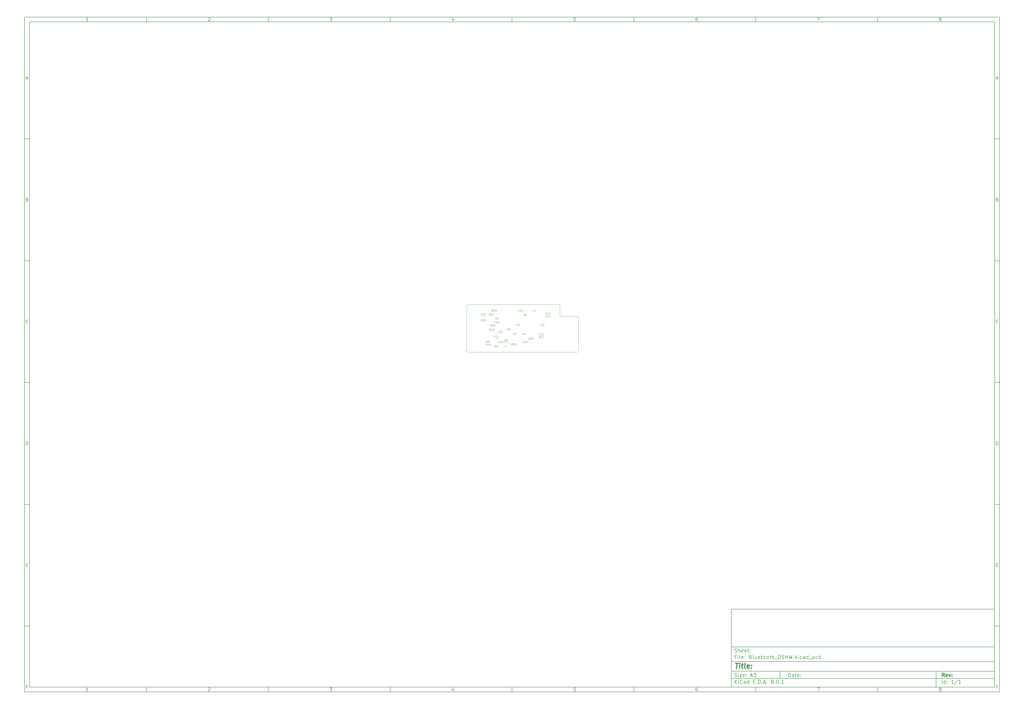
<source format=gbr>
%TF.GenerationSoftware,KiCad,Pcbnew,8.0.1*%
%TF.CreationDate,2024-04-03T21:47:25-07:00*%
%TF.ProjectId,Bluetooth_OSHW,426c7565-746f-46f7-9468-5f4f5348572e,rev?*%
%TF.SameCoordinates,Original*%
%TF.FileFunction,Legend,Bot*%
%TF.FilePolarity,Positive*%
%FSLAX46Y46*%
G04 Gerber Fmt 4.6, Leading zero omitted, Abs format (unit mm)*
G04 Created by KiCad (PCBNEW 8.0.1) date 2024-04-03 21:47:25*
%MOMM*%
%LPD*%
G01*
G04 APERTURE LIST*
%ADD10C,0.100000*%
%ADD11C,0.150000*%
%ADD12C,0.300000*%
%ADD13C,0.400000*%
%ADD14C,0.120000*%
%TA.AperFunction,Profile*%
%ADD15C,0.100000*%
%TD*%
G04 APERTURE END LIST*
D10*
D11*
X299989000Y-253002200D02*
X407989000Y-253002200D01*
X407989000Y-285002200D01*
X299989000Y-285002200D01*
X299989000Y-253002200D01*
D10*
D11*
X10000000Y-10000000D02*
X409989000Y-10000000D01*
X409989000Y-287002200D01*
X10000000Y-287002200D01*
X10000000Y-10000000D01*
D10*
D11*
X12000000Y-12000000D02*
X407989000Y-12000000D01*
X407989000Y-285002200D01*
X12000000Y-285002200D01*
X12000000Y-12000000D01*
D10*
D11*
X60000000Y-12000000D02*
X60000000Y-10000000D01*
D10*
D11*
X110000000Y-12000000D02*
X110000000Y-10000000D01*
D10*
D11*
X160000000Y-12000000D02*
X160000000Y-10000000D01*
D10*
D11*
X210000000Y-12000000D02*
X210000000Y-10000000D01*
D10*
D11*
X260000000Y-12000000D02*
X260000000Y-10000000D01*
D10*
D11*
X310000000Y-12000000D02*
X310000000Y-10000000D01*
D10*
D11*
X360000000Y-12000000D02*
X360000000Y-10000000D01*
D10*
D11*
X36089160Y-11593604D02*
X35346303Y-11593604D01*
X35717731Y-11593604D02*
X35717731Y-10293604D01*
X35717731Y-10293604D02*
X35593922Y-10479319D01*
X35593922Y-10479319D02*
X35470112Y-10603128D01*
X35470112Y-10603128D02*
X35346303Y-10665033D01*
D10*
D11*
X85346303Y-10417414D02*
X85408207Y-10355509D01*
X85408207Y-10355509D02*
X85532017Y-10293604D01*
X85532017Y-10293604D02*
X85841541Y-10293604D01*
X85841541Y-10293604D02*
X85965350Y-10355509D01*
X85965350Y-10355509D02*
X86027255Y-10417414D01*
X86027255Y-10417414D02*
X86089160Y-10541223D01*
X86089160Y-10541223D02*
X86089160Y-10665033D01*
X86089160Y-10665033D02*
X86027255Y-10850747D01*
X86027255Y-10850747D02*
X85284398Y-11593604D01*
X85284398Y-11593604D02*
X86089160Y-11593604D01*
D10*
D11*
X135284398Y-10293604D02*
X136089160Y-10293604D01*
X136089160Y-10293604D02*
X135655826Y-10788842D01*
X135655826Y-10788842D02*
X135841541Y-10788842D01*
X135841541Y-10788842D02*
X135965350Y-10850747D01*
X135965350Y-10850747D02*
X136027255Y-10912652D01*
X136027255Y-10912652D02*
X136089160Y-11036461D01*
X136089160Y-11036461D02*
X136089160Y-11345985D01*
X136089160Y-11345985D02*
X136027255Y-11469795D01*
X136027255Y-11469795D02*
X135965350Y-11531700D01*
X135965350Y-11531700D02*
X135841541Y-11593604D01*
X135841541Y-11593604D02*
X135470112Y-11593604D01*
X135470112Y-11593604D02*
X135346303Y-11531700D01*
X135346303Y-11531700D02*
X135284398Y-11469795D01*
D10*
D11*
X185965350Y-10726938D02*
X185965350Y-11593604D01*
X185655826Y-10231700D02*
X185346303Y-11160271D01*
X185346303Y-11160271D02*
X186151064Y-11160271D01*
D10*
D11*
X236027255Y-10293604D02*
X235408207Y-10293604D01*
X235408207Y-10293604D02*
X235346303Y-10912652D01*
X235346303Y-10912652D02*
X235408207Y-10850747D01*
X235408207Y-10850747D02*
X235532017Y-10788842D01*
X235532017Y-10788842D02*
X235841541Y-10788842D01*
X235841541Y-10788842D02*
X235965350Y-10850747D01*
X235965350Y-10850747D02*
X236027255Y-10912652D01*
X236027255Y-10912652D02*
X236089160Y-11036461D01*
X236089160Y-11036461D02*
X236089160Y-11345985D01*
X236089160Y-11345985D02*
X236027255Y-11469795D01*
X236027255Y-11469795D02*
X235965350Y-11531700D01*
X235965350Y-11531700D02*
X235841541Y-11593604D01*
X235841541Y-11593604D02*
X235532017Y-11593604D01*
X235532017Y-11593604D02*
X235408207Y-11531700D01*
X235408207Y-11531700D02*
X235346303Y-11469795D01*
D10*
D11*
X285965350Y-10293604D02*
X285717731Y-10293604D01*
X285717731Y-10293604D02*
X285593922Y-10355509D01*
X285593922Y-10355509D02*
X285532017Y-10417414D01*
X285532017Y-10417414D02*
X285408207Y-10603128D01*
X285408207Y-10603128D02*
X285346303Y-10850747D01*
X285346303Y-10850747D02*
X285346303Y-11345985D01*
X285346303Y-11345985D02*
X285408207Y-11469795D01*
X285408207Y-11469795D02*
X285470112Y-11531700D01*
X285470112Y-11531700D02*
X285593922Y-11593604D01*
X285593922Y-11593604D02*
X285841541Y-11593604D01*
X285841541Y-11593604D02*
X285965350Y-11531700D01*
X285965350Y-11531700D02*
X286027255Y-11469795D01*
X286027255Y-11469795D02*
X286089160Y-11345985D01*
X286089160Y-11345985D02*
X286089160Y-11036461D01*
X286089160Y-11036461D02*
X286027255Y-10912652D01*
X286027255Y-10912652D02*
X285965350Y-10850747D01*
X285965350Y-10850747D02*
X285841541Y-10788842D01*
X285841541Y-10788842D02*
X285593922Y-10788842D01*
X285593922Y-10788842D02*
X285470112Y-10850747D01*
X285470112Y-10850747D02*
X285408207Y-10912652D01*
X285408207Y-10912652D02*
X285346303Y-11036461D01*
D10*
D11*
X335284398Y-10293604D02*
X336151064Y-10293604D01*
X336151064Y-10293604D02*
X335593922Y-11593604D01*
D10*
D11*
X385593922Y-10850747D02*
X385470112Y-10788842D01*
X385470112Y-10788842D02*
X385408207Y-10726938D01*
X385408207Y-10726938D02*
X385346303Y-10603128D01*
X385346303Y-10603128D02*
X385346303Y-10541223D01*
X385346303Y-10541223D02*
X385408207Y-10417414D01*
X385408207Y-10417414D02*
X385470112Y-10355509D01*
X385470112Y-10355509D02*
X385593922Y-10293604D01*
X385593922Y-10293604D02*
X385841541Y-10293604D01*
X385841541Y-10293604D02*
X385965350Y-10355509D01*
X385965350Y-10355509D02*
X386027255Y-10417414D01*
X386027255Y-10417414D02*
X386089160Y-10541223D01*
X386089160Y-10541223D02*
X386089160Y-10603128D01*
X386089160Y-10603128D02*
X386027255Y-10726938D01*
X386027255Y-10726938D02*
X385965350Y-10788842D01*
X385965350Y-10788842D02*
X385841541Y-10850747D01*
X385841541Y-10850747D02*
X385593922Y-10850747D01*
X385593922Y-10850747D02*
X385470112Y-10912652D01*
X385470112Y-10912652D02*
X385408207Y-10974557D01*
X385408207Y-10974557D02*
X385346303Y-11098366D01*
X385346303Y-11098366D02*
X385346303Y-11345985D01*
X385346303Y-11345985D02*
X385408207Y-11469795D01*
X385408207Y-11469795D02*
X385470112Y-11531700D01*
X385470112Y-11531700D02*
X385593922Y-11593604D01*
X385593922Y-11593604D02*
X385841541Y-11593604D01*
X385841541Y-11593604D02*
X385965350Y-11531700D01*
X385965350Y-11531700D02*
X386027255Y-11469795D01*
X386027255Y-11469795D02*
X386089160Y-11345985D01*
X386089160Y-11345985D02*
X386089160Y-11098366D01*
X386089160Y-11098366D02*
X386027255Y-10974557D01*
X386027255Y-10974557D02*
X385965350Y-10912652D01*
X385965350Y-10912652D02*
X385841541Y-10850747D01*
D10*
D11*
X60000000Y-285002200D02*
X60000000Y-287002200D01*
D10*
D11*
X110000000Y-285002200D02*
X110000000Y-287002200D01*
D10*
D11*
X160000000Y-285002200D02*
X160000000Y-287002200D01*
D10*
D11*
X210000000Y-285002200D02*
X210000000Y-287002200D01*
D10*
D11*
X260000000Y-285002200D02*
X260000000Y-287002200D01*
D10*
D11*
X310000000Y-285002200D02*
X310000000Y-287002200D01*
D10*
D11*
X360000000Y-285002200D02*
X360000000Y-287002200D01*
D10*
D11*
X36089160Y-286595804D02*
X35346303Y-286595804D01*
X35717731Y-286595804D02*
X35717731Y-285295804D01*
X35717731Y-285295804D02*
X35593922Y-285481519D01*
X35593922Y-285481519D02*
X35470112Y-285605328D01*
X35470112Y-285605328D02*
X35346303Y-285667233D01*
D10*
D11*
X85346303Y-285419614D02*
X85408207Y-285357709D01*
X85408207Y-285357709D02*
X85532017Y-285295804D01*
X85532017Y-285295804D02*
X85841541Y-285295804D01*
X85841541Y-285295804D02*
X85965350Y-285357709D01*
X85965350Y-285357709D02*
X86027255Y-285419614D01*
X86027255Y-285419614D02*
X86089160Y-285543423D01*
X86089160Y-285543423D02*
X86089160Y-285667233D01*
X86089160Y-285667233D02*
X86027255Y-285852947D01*
X86027255Y-285852947D02*
X85284398Y-286595804D01*
X85284398Y-286595804D02*
X86089160Y-286595804D01*
D10*
D11*
X135284398Y-285295804D02*
X136089160Y-285295804D01*
X136089160Y-285295804D02*
X135655826Y-285791042D01*
X135655826Y-285791042D02*
X135841541Y-285791042D01*
X135841541Y-285791042D02*
X135965350Y-285852947D01*
X135965350Y-285852947D02*
X136027255Y-285914852D01*
X136027255Y-285914852D02*
X136089160Y-286038661D01*
X136089160Y-286038661D02*
X136089160Y-286348185D01*
X136089160Y-286348185D02*
X136027255Y-286471995D01*
X136027255Y-286471995D02*
X135965350Y-286533900D01*
X135965350Y-286533900D02*
X135841541Y-286595804D01*
X135841541Y-286595804D02*
X135470112Y-286595804D01*
X135470112Y-286595804D02*
X135346303Y-286533900D01*
X135346303Y-286533900D02*
X135284398Y-286471995D01*
D10*
D11*
X185965350Y-285729138D02*
X185965350Y-286595804D01*
X185655826Y-285233900D02*
X185346303Y-286162471D01*
X185346303Y-286162471D02*
X186151064Y-286162471D01*
D10*
D11*
X236027255Y-285295804D02*
X235408207Y-285295804D01*
X235408207Y-285295804D02*
X235346303Y-285914852D01*
X235346303Y-285914852D02*
X235408207Y-285852947D01*
X235408207Y-285852947D02*
X235532017Y-285791042D01*
X235532017Y-285791042D02*
X235841541Y-285791042D01*
X235841541Y-285791042D02*
X235965350Y-285852947D01*
X235965350Y-285852947D02*
X236027255Y-285914852D01*
X236027255Y-285914852D02*
X236089160Y-286038661D01*
X236089160Y-286038661D02*
X236089160Y-286348185D01*
X236089160Y-286348185D02*
X236027255Y-286471995D01*
X236027255Y-286471995D02*
X235965350Y-286533900D01*
X235965350Y-286533900D02*
X235841541Y-286595804D01*
X235841541Y-286595804D02*
X235532017Y-286595804D01*
X235532017Y-286595804D02*
X235408207Y-286533900D01*
X235408207Y-286533900D02*
X235346303Y-286471995D01*
D10*
D11*
X285965350Y-285295804D02*
X285717731Y-285295804D01*
X285717731Y-285295804D02*
X285593922Y-285357709D01*
X285593922Y-285357709D02*
X285532017Y-285419614D01*
X285532017Y-285419614D02*
X285408207Y-285605328D01*
X285408207Y-285605328D02*
X285346303Y-285852947D01*
X285346303Y-285852947D02*
X285346303Y-286348185D01*
X285346303Y-286348185D02*
X285408207Y-286471995D01*
X285408207Y-286471995D02*
X285470112Y-286533900D01*
X285470112Y-286533900D02*
X285593922Y-286595804D01*
X285593922Y-286595804D02*
X285841541Y-286595804D01*
X285841541Y-286595804D02*
X285965350Y-286533900D01*
X285965350Y-286533900D02*
X286027255Y-286471995D01*
X286027255Y-286471995D02*
X286089160Y-286348185D01*
X286089160Y-286348185D02*
X286089160Y-286038661D01*
X286089160Y-286038661D02*
X286027255Y-285914852D01*
X286027255Y-285914852D02*
X285965350Y-285852947D01*
X285965350Y-285852947D02*
X285841541Y-285791042D01*
X285841541Y-285791042D02*
X285593922Y-285791042D01*
X285593922Y-285791042D02*
X285470112Y-285852947D01*
X285470112Y-285852947D02*
X285408207Y-285914852D01*
X285408207Y-285914852D02*
X285346303Y-286038661D01*
D10*
D11*
X335284398Y-285295804D02*
X336151064Y-285295804D01*
X336151064Y-285295804D02*
X335593922Y-286595804D01*
D10*
D11*
X385593922Y-285852947D02*
X385470112Y-285791042D01*
X385470112Y-285791042D02*
X385408207Y-285729138D01*
X385408207Y-285729138D02*
X385346303Y-285605328D01*
X385346303Y-285605328D02*
X385346303Y-285543423D01*
X385346303Y-285543423D02*
X385408207Y-285419614D01*
X385408207Y-285419614D02*
X385470112Y-285357709D01*
X385470112Y-285357709D02*
X385593922Y-285295804D01*
X385593922Y-285295804D02*
X385841541Y-285295804D01*
X385841541Y-285295804D02*
X385965350Y-285357709D01*
X385965350Y-285357709D02*
X386027255Y-285419614D01*
X386027255Y-285419614D02*
X386089160Y-285543423D01*
X386089160Y-285543423D02*
X386089160Y-285605328D01*
X386089160Y-285605328D02*
X386027255Y-285729138D01*
X386027255Y-285729138D02*
X385965350Y-285791042D01*
X385965350Y-285791042D02*
X385841541Y-285852947D01*
X385841541Y-285852947D02*
X385593922Y-285852947D01*
X385593922Y-285852947D02*
X385470112Y-285914852D01*
X385470112Y-285914852D02*
X385408207Y-285976757D01*
X385408207Y-285976757D02*
X385346303Y-286100566D01*
X385346303Y-286100566D02*
X385346303Y-286348185D01*
X385346303Y-286348185D02*
X385408207Y-286471995D01*
X385408207Y-286471995D02*
X385470112Y-286533900D01*
X385470112Y-286533900D02*
X385593922Y-286595804D01*
X385593922Y-286595804D02*
X385841541Y-286595804D01*
X385841541Y-286595804D02*
X385965350Y-286533900D01*
X385965350Y-286533900D02*
X386027255Y-286471995D01*
X386027255Y-286471995D02*
X386089160Y-286348185D01*
X386089160Y-286348185D02*
X386089160Y-286100566D01*
X386089160Y-286100566D02*
X386027255Y-285976757D01*
X386027255Y-285976757D02*
X385965350Y-285914852D01*
X385965350Y-285914852D02*
X385841541Y-285852947D01*
D10*
D11*
X10000000Y-60000000D02*
X12000000Y-60000000D01*
D10*
D11*
X10000000Y-110000000D02*
X12000000Y-110000000D01*
D10*
D11*
X10000000Y-160000000D02*
X12000000Y-160000000D01*
D10*
D11*
X10000000Y-210000000D02*
X12000000Y-210000000D01*
D10*
D11*
X10000000Y-260000000D02*
X12000000Y-260000000D01*
D10*
D11*
X10690476Y-35222176D02*
X11309523Y-35222176D01*
X10566666Y-35593604D02*
X10999999Y-34293604D01*
X10999999Y-34293604D02*
X11433333Y-35593604D01*
D10*
D11*
X11092857Y-84912652D02*
X11278571Y-84974557D01*
X11278571Y-84974557D02*
X11340476Y-85036461D01*
X11340476Y-85036461D02*
X11402380Y-85160271D01*
X11402380Y-85160271D02*
X11402380Y-85345985D01*
X11402380Y-85345985D02*
X11340476Y-85469795D01*
X11340476Y-85469795D02*
X11278571Y-85531700D01*
X11278571Y-85531700D02*
X11154761Y-85593604D01*
X11154761Y-85593604D02*
X10659523Y-85593604D01*
X10659523Y-85593604D02*
X10659523Y-84293604D01*
X10659523Y-84293604D02*
X11092857Y-84293604D01*
X11092857Y-84293604D02*
X11216666Y-84355509D01*
X11216666Y-84355509D02*
X11278571Y-84417414D01*
X11278571Y-84417414D02*
X11340476Y-84541223D01*
X11340476Y-84541223D02*
X11340476Y-84665033D01*
X11340476Y-84665033D02*
X11278571Y-84788842D01*
X11278571Y-84788842D02*
X11216666Y-84850747D01*
X11216666Y-84850747D02*
X11092857Y-84912652D01*
X11092857Y-84912652D02*
X10659523Y-84912652D01*
D10*
D11*
X11402380Y-135469795D02*
X11340476Y-135531700D01*
X11340476Y-135531700D02*
X11154761Y-135593604D01*
X11154761Y-135593604D02*
X11030952Y-135593604D01*
X11030952Y-135593604D02*
X10845238Y-135531700D01*
X10845238Y-135531700D02*
X10721428Y-135407890D01*
X10721428Y-135407890D02*
X10659523Y-135284080D01*
X10659523Y-135284080D02*
X10597619Y-135036461D01*
X10597619Y-135036461D02*
X10597619Y-134850747D01*
X10597619Y-134850747D02*
X10659523Y-134603128D01*
X10659523Y-134603128D02*
X10721428Y-134479319D01*
X10721428Y-134479319D02*
X10845238Y-134355509D01*
X10845238Y-134355509D02*
X11030952Y-134293604D01*
X11030952Y-134293604D02*
X11154761Y-134293604D01*
X11154761Y-134293604D02*
X11340476Y-134355509D01*
X11340476Y-134355509D02*
X11402380Y-134417414D01*
D10*
D11*
X10659523Y-185593604D02*
X10659523Y-184293604D01*
X10659523Y-184293604D02*
X10969047Y-184293604D01*
X10969047Y-184293604D02*
X11154761Y-184355509D01*
X11154761Y-184355509D02*
X11278571Y-184479319D01*
X11278571Y-184479319D02*
X11340476Y-184603128D01*
X11340476Y-184603128D02*
X11402380Y-184850747D01*
X11402380Y-184850747D02*
X11402380Y-185036461D01*
X11402380Y-185036461D02*
X11340476Y-185284080D01*
X11340476Y-185284080D02*
X11278571Y-185407890D01*
X11278571Y-185407890D02*
X11154761Y-185531700D01*
X11154761Y-185531700D02*
X10969047Y-185593604D01*
X10969047Y-185593604D02*
X10659523Y-185593604D01*
D10*
D11*
X10721428Y-234912652D02*
X11154762Y-234912652D01*
X11340476Y-235593604D02*
X10721428Y-235593604D01*
X10721428Y-235593604D02*
X10721428Y-234293604D01*
X10721428Y-234293604D02*
X11340476Y-234293604D01*
D10*
D11*
X11185714Y-284912652D02*
X10752380Y-284912652D01*
X10752380Y-285593604D02*
X10752380Y-284293604D01*
X10752380Y-284293604D02*
X11371428Y-284293604D01*
D10*
D11*
X409989000Y-60000000D02*
X407989000Y-60000000D01*
D10*
D11*
X409989000Y-110000000D02*
X407989000Y-110000000D01*
D10*
D11*
X409989000Y-160000000D02*
X407989000Y-160000000D01*
D10*
D11*
X409989000Y-210000000D02*
X407989000Y-210000000D01*
D10*
D11*
X409989000Y-260000000D02*
X407989000Y-260000000D01*
D10*
D11*
X408679476Y-35222176D02*
X409298523Y-35222176D01*
X408555666Y-35593604D02*
X408988999Y-34293604D01*
X408988999Y-34293604D02*
X409422333Y-35593604D01*
D10*
D11*
X409081857Y-84912652D02*
X409267571Y-84974557D01*
X409267571Y-84974557D02*
X409329476Y-85036461D01*
X409329476Y-85036461D02*
X409391380Y-85160271D01*
X409391380Y-85160271D02*
X409391380Y-85345985D01*
X409391380Y-85345985D02*
X409329476Y-85469795D01*
X409329476Y-85469795D02*
X409267571Y-85531700D01*
X409267571Y-85531700D02*
X409143761Y-85593604D01*
X409143761Y-85593604D02*
X408648523Y-85593604D01*
X408648523Y-85593604D02*
X408648523Y-84293604D01*
X408648523Y-84293604D02*
X409081857Y-84293604D01*
X409081857Y-84293604D02*
X409205666Y-84355509D01*
X409205666Y-84355509D02*
X409267571Y-84417414D01*
X409267571Y-84417414D02*
X409329476Y-84541223D01*
X409329476Y-84541223D02*
X409329476Y-84665033D01*
X409329476Y-84665033D02*
X409267571Y-84788842D01*
X409267571Y-84788842D02*
X409205666Y-84850747D01*
X409205666Y-84850747D02*
X409081857Y-84912652D01*
X409081857Y-84912652D02*
X408648523Y-84912652D01*
D10*
D11*
X409391380Y-135469795D02*
X409329476Y-135531700D01*
X409329476Y-135531700D02*
X409143761Y-135593604D01*
X409143761Y-135593604D02*
X409019952Y-135593604D01*
X409019952Y-135593604D02*
X408834238Y-135531700D01*
X408834238Y-135531700D02*
X408710428Y-135407890D01*
X408710428Y-135407890D02*
X408648523Y-135284080D01*
X408648523Y-135284080D02*
X408586619Y-135036461D01*
X408586619Y-135036461D02*
X408586619Y-134850747D01*
X408586619Y-134850747D02*
X408648523Y-134603128D01*
X408648523Y-134603128D02*
X408710428Y-134479319D01*
X408710428Y-134479319D02*
X408834238Y-134355509D01*
X408834238Y-134355509D02*
X409019952Y-134293604D01*
X409019952Y-134293604D02*
X409143761Y-134293604D01*
X409143761Y-134293604D02*
X409329476Y-134355509D01*
X409329476Y-134355509D02*
X409391380Y-134417414D01*
D10*
D11*
X408648523Y-185593604D02*
X408648523Y-184293604D01*
X408648523Y-184293604D02*
X408958047Y-184293604D01*
X408958047Y-184293604D02*
X409143761Y-184355509D01*
X409143761Y-184355509D02*
X409267571Y-184479319D01*
X409267571Y-184479319D02*
X409329476Y-184603128D01*
X409329476Y-184603128D02*
X409391380Y-184850747D01*
X409391380Y-184850747D02*
X409391380Y-185036461D01*
X409391380Y-185036461D02*
X409329476Y-185284080D01*
X409329476Y-185284080D02*
X409267571Y-185407890D01*
X409267571Y-185407890D02*
X409143761Y-185531700D01*
X409143761Y-185531700D02*
X408958047Y-185593604D01*
X408958047Y-185593604D02*
X408648523Y-185593604D01*
D10*
D11*
X408710428Y-234912652D02*
X409143762Y-234912652D01*
X409329476Y-235593604D02*
X408710428Y-235593604D01*
X408710428Y-235593604D02*
X408710428Y-234293604D01*
X408710428Y-234293604D02*
X409329476Y-234293604D01*
D10*
D11*
X409174714Y-284912652D02*
X408741380Y-284912652D01*
X408741380Y-285593604D02*
X408741380Y-284293604D01*
X408741380Y-284293604D02*
X409360428Y-284293604D01*
D10*
D11*
X323444826Y-280788328D02*
X323444826Y-279288328D01*
X323444826Y-279288328D02*
X323801969Y-279288328D01*
X323801969Y-279288328D02*
X324016255Y-279359757D01*
X324016255Y-279359757D02*
X324159112Y-279502614D01*
X324159112Y-279502614D02*
X324230541Y-279645471D01*
X324230541Y-279645471D02*
X324301969Y-279931185D01*
X324301969Y-279931185D02*
X324301969Y-280145471D01*
X324301969Y-280145471D02*
X324230541Y-280431185D01*
X324230541Y-280431185D02*
X324159112Y-280574042D01*
X324159112Y-280574042D02*
X324016255Y-280716900D01*
X324016255Y-280716900D02*
X323801969Y-280788328D01*
X323801969Y-280788328D02*
X323444826Y-280788328D01*
X325587684Y-280788328D02*
X325587684Y-280002614D01*
X325587684Y-280002614D02*
X325516255Y-279859757D01*
X325516255Y-279859757D02*
X325373398Y-279788328D01*
X325373398Y-279788328D02*
X325087684Y-279788328D01*
X325087684Y-279788328D02*
X324944826Y-279859757D01*
X325587684Y-280716900D02*
X325444826Y-280788328D01*
X325444826Y-280788328D02*
X325087684Y-280788328D01*
X325087684Y-280788328D02*
X324944826Y-280716900D01*
X324944826Y-280716900D02*
X324873398Y-280574042D01*
X324873398Y-280574042D02*
X324873398Y-280431185D01*
X324873398Y-280431185D02*
X324944826Y-280288328D01*
X324944826Y-280288328D02*
X325087684Y-280216900D01*
X325087684Y-280216900D02*
X325444826Y-280216900D01*
X325444826Y-280216900D02*
X325587684Y-280145471D01*
X326087684Y-279788328D02*
X326659112Y-279788328D01*
X326301969Y-279288328D02*
X326301969Y-280574042D01*
X326301969Y-280574042D02*
X326373398Y-280716900D01*
X326373398Y-280716900D02*
X326516255Y-280788328D01*
X326516255Y-280788328D02*
X326659112Y-280788328D01*
X327730541Y-280716900D02*
X327587684Y-280788328D01*
X327587684Y-280788328D02*
X327301970Y-280788328D01*
X327301970Y-280788328D02*
X327159112Y-280716900D01*
X327159112Y-280716900D02*
X327087684Y-280574042D01*
X327087684Y-280574042D02*
X327087684Y-280002614D01*
X327087684Y-280002614D02*
X327159112Y-279859757D01*
X327159112Y-279859757D02*
X327301970Y-279788328D01*
X327301970Y-279788328D02*
X327587684Y-279788328D01*
X327587684Y-279788328D02*
X327730541Y-279859757D01*
X327730541Y-279859757D02*
X327801970Y-280002614D01*
X327801970Y-280002614D02*
X327801970Y-280145471D01*
X327801970Y-280145471D02*
X327087684Y-280288328D01*
X328444826Y-280645471D02*
X328516255Y-280716900D01*
X328516255Y-280716900D02*
X328444826Y-280788328D01*
X328444826Y-280788328D02*
X328373398Y-280716900D01*
X328373398Y-280716900D02*
X328444826Y-280645471D01*
X328444826Y-280645471D02*
X328444826Y-280788328D01*
X328444826Y-279859757D02*
X328516255Y-279931185D01*
X328516255Y-279931185D02*
X328444826Y-280002614D01*
X328444826Y-280002614D02*
X328373398Y-279931185D01*
X328373398Y-279931185D02*
X328444826Y-279859757D01*
X328444826Y-279859757D02*
X328444826Y-280002614D01*
D10*
D11*
X299989000Y-281502200D02*
X407989000Y-281502200D01*
D10*
D11*
X301444826Y-283588328D02*
X301444826Y-282088328D01*
X302301969Y-283588328D02*
X301659112Y-282731185D01*
X302301969Y-282088328D02*
X301444826Y-282945471D01*
X302944826Y-283588328D02*
X302944826Y-282588328D01*
X302944826Y-282088328D02*
X302873398Y-282159757D01*
X302873398Y-282159757D02*
X302944826Y-282231185D01*
X302944826Y-282231185D02*
X303016255Y-282159757D01*
X303016255Y-282159757D02*
X302944826Y-282088328D01*
X302944826Y-282088328D02*
X302944826Y-282231185D01*
X304516255Y-283445471D02*
X304444827Y-283516900D01*
X304444827Y-283516900D02*
X304230541Y-283588328D01*
X304230541Y-283588328D02*
X304087684Y-283588328D01*
X304087684Y-283588328D02*
X303873398Y-283516900D01*
X303873398Y-283516900D02*
X303730541Y-283374042D01*
X303730541Y-283374042D02*
X303659112Y-283231185D01*
X303659112Y-283231185D02*
X303587684Y-282945471D01*
X303587684Y-282945471D02*
X303587684Y-282731185D01*
X303587684Y-282731185D02*
X303659112Y-282445471D01*
X303659112Y-282445471D02*
X303730541Y-282302614D01*
X303730541Y-282302614D02*
X303873398Y-282159757D01*
X303873398Y-282159757D02*
X304087684Y-282088328D01*
X304087684Y-282088328D02*
X304230541Y-282088328D01*
X304230541Y-282088328D02*
X304444827Y-282159757D01*
X304444827Y-282159757D02*
X304516255Y-282231185D01*
X305801970Y-283588328D02*
X305801970Y-282802614D01*
X305801970Y-282802614D02*
X305730541Y-282659757D01*
X305730541Y-282659757D02*
X305587684Y-282588328D01*
X305587684Y-282588328D02*
X305301970Y-282588328D01*
X305301970Y-282588328D02*
X305159112Y-282659757D01*
X305801970Y-283516900D02*
X305659112Y-283588328D01*
X305659112Y-283588328D02*
X305301970Y-283588328D01*
X305301970Y-283588328D02*
X305159112Y-283516900D01*
X305159112Y-283516900D02*
X305087684Y-283374042D01*
X305087684Y-283374042D02*
X305087684Y-283231185D01*
X305087684Y-283231185D02*
X305159112Y-283088328D01*
X305159112Y-283088328D02*
X305301970Y-283016900D01*
X305301970Y-283016900D02*
X305659112Y-283016900D01*
X305659112Y-283016900D02*
X305801970Y-282945471D01*
X307159113Y-283588328D02*
X307159113Y-282088328D01*
X307159113Y-283516900D02*
X307016255Y-283588328D01*
X307016255Y-283588328D02*
X306730541Y-283588328D01*
X306730541Y-283588328D02*
X306587684Y-283516900D01*
X306587684Y-283516900D02*
X306516255Y-283445471D01*
X306516255Y-283445471D02*
X306444827Y-283302614D01*
X306444827Y-283302614D02*
X306444827Y-282874042D01*
X306444827Y-282874042D02*
X306516255Y-282731185D01*
X306516255Y-282731185D02*
X306587684Y-282659757D01*
X306587684Y-282659757D02*
X306730541Y-282588328D01*
X306730541Y-282588328D02*
X307016255Y-282588328D01*
X307016255Y-282588328D02*
X307159113Y-282659757D01*
X309016255Y-282802614D02*
X309516255Y-282802614D01*
X309730541Y-283588328D02*
X309016255Y-283588328D01*
X309016255Y-283588328D02*
X309016255Y-282088328D01*
X309016255Y-282088328D02*
X309730541Y-282088328D01*
X310373398Y-283445471D02*
X310444827Y-283516900D01*
X310444827Y-283516900D02*
X310373398Y-283588328D01*
X310373398Y-283588328D02*
X310301970Y-283516900D01*
X310301970Y-283516900D02*
X310373398Y-283445471D01*
X310373398Y-283445471D02*
X310373398Y-283588328D01*
X311087684Y-283588328D02*
X311087684Y-282088328D01*
X311087684Y-282088328D02*
X311444827Y-282088328D01*
X311444827Y-282088328D02*
X311659113Y-282159757D01*
X311659113Y-282159757D02*
X311801970Y-282302614D01*
X311801970Y-282302614D02*
X311873399Y-282445471D01*
X311873399Y-282445471D02*
X311944827Y-282731185D01*
X311944827Y-282731185D02*
X311944827Y-282945471D01*
X311944827Y-282945471D02*
X311873399Y-283231185D01*
X311873399Y-283231185D02*
X311801970Y-283374042D01*
X311801970Y-283374042D02*
X311659113Y-283516900D01*
X311659113Y-283516900D02*
X311444827Y-283588328D01*
X311444827Y-283588328D02*
X311087684Y-283588328D01*
X312587684Y-283445471D02*
X312659113Y-283516900D01*
X312659113Y-283516900D02*
X312587684Y-283588328D01*
X312587684Y-283588328D02*
X312516256Y-283516900D01*
X312516256Y-283516900D02*
X312587684Y-283445471D01*
X312587684Y-283445471D02*
X312587684Y-283588328D01*
X313230542Y-283159757D02*
X313944828Y-283159757D01*
X313087685Y-283588328D02*
X313587685Y-282088328D01*
X313587685Y-282088328D02*
X314087685Y-283588328D01*
X314587684Y-283445471D02*
X314659113Y-283516900D01*
X314659113Y-283516900D02*
X314587684Y-283588328D01*
X314587684Y-283588328D02*
X314516256Y-283516900D01*
X314516256Y-283516900D02*
X314587684Y-283445471D01*
X314587684Y-283445471D02*
X314587684Y-283588328D01*
X316659113Y-282731185D02*
X316516256Y-282659757D01*
X316516256Y-282659757D02*
X316444827Y-282588328D01*
X316444827Y-282588328D02*
X316373399Y-282445471D01*
X316373399Y-282445471D02*
X316373399Y-282374042D01*
X316373399Y-282374042D02*
X316444827Y-282231185D01*
X316444827Y-282231185D02*
X316516256Y-282159757D01*
X316516256Y-282159757D02*
X316659113Y-282088328D01*
X316659113Y-282088328D02*
X316944827Y-282088328D01*
X316944827Y-282088328D02*
X317087685Y-282159757D01*
X317087685Y-282159757D02*
X317159113Y-282231185D01*
X317159113Y-282231185D02*
X317230542Y-282374042D01*
X317230542Y-282374042D02*
X317230542Y-282445471D01*
X317230542Y-282445471D02*
X317159113Y-282588328D01*
X317159113Y-282588328D02*
X317087685Y-282659757D01*
X317087685Y-282659757D02*
X316944827Y-282731185D01*
X316944827Y-282731185D02*
X316659113Y-282731185D01*
X316659113Y-282731185D02*
X316516256Y-282802614D01*
X316516256Y-282802614D02*
X316444827Y-282874042D01*
X316444827Y-282874042D02*
X316373399Y-283016900D01*
X316373399Y-283016900D02*
X316373399Y-283302614D01*
X316373399Y-283302614D02*
X316444827Y-283445471D01*
X316444827Y-283445471D02*
X316516256Y-283516900D01*
X316516256Y-283516900D02*
X316659113Y-283588328D01*
X316659113Y-283588328D02*
X316944827Y-283588328D01*
X316944827Y-283588328D02*
X317087685Y-283516900D01*
X317087685Y-283516900D02*
X317159113Y-283445471D01*
X317159113Y-283445471D02*
X317230542Y-283302614D01*
X317230542Y-283302614D02*
X317230542Y-283016900D01*
X317230542Y-283016900D02*
X317159113Y-282874042D01*
X317159113Y-282874042D02*
X317087685Y-282802614D01*
X317087685Y-282802614D02*
X316944827Y-282731185D01*
X317873398Y-283445471D02*
X317944827Y-283516900D01*
X317944827Y-283516900D02*
X317873398Y-283588328D01*
X317873398Y-283588328D02*
X317801970Y-283516900D01*
X317801970Y-283516900D02*
X317873398Y-283445471D01*
X317873398Y-283445471D02*
X317873398Y-283588328D01*
X318873399Y-282088328D02*
X319016256Y-282088328D01*
X319016256Y-282088328D02*
X319159113Y-282159757D01*
X319159113Y-282159757D02*
X319230542Y-282231185D01*
X319230542Y-282231185D02*
X319301970Y-282374042D01*
X319301970Y-282374042D02*
X319373399Y-282659757D01*
X319373399Y-282659757D02*
X319373399Y-283016900D01*
X319373399Y-283016900D02*
X319301970Y-283302614D01*
X319301970Y-283302614D02*
X319230542Y-283445471D01*
X319230542Y-283445471D02*
X319159113Y-283516900D01*
X319159113Y-283516900D02*
X319016256Y-283588328D01*
X319016256Y-283588328D02*
X318873399Y-283588328D01*
X318873399Y-283588328D02*
X318730542Y-283516900D01*
X318730542Y-283516900D02*
X318659113Y-283445471D01*
X318659113Y-283445471D02*
X318587684Y-283302614D01*
X318587684Y-283302614D02*
X318516256Y-283016900D01*
X318516256Y-283016900D02*
X318516256Y-282659757D01*
X318516256Y-282659757D02*
X318587684Y-282374042D01*
X318587684Y-282374042D02*
X318659113Y-282231185D01*
X318659113Y-282231185D02*
X318730542Y-282159757D01*
X318730542Y-282159757D02*
X318873399Y-282088328D01*
X320016255Y-283445471D02*
X320087684Y-283516900D01*
X320087684Y-283516900D02*
X320016255Y-283588328D01*
X320016255Y-283588328D02*
X319944827Y-283516900D01*
X319944827Y-283516900D02*
X320016255Y-283445471D01*
X320016255Y-283445471D02*
X320016255Y-283588328D01*
X321516256Y-283588328D02*
X320659113Y-283588328D01*
X321087684Y-283588328D02*
X321087684Y-282088328D01*
X321087684Y-282088328D02*
X320944827Y-282302614D01*
X320944827Y-282302614D02*
X320801970Y-282445471D01*
X320801970Y-282445471D02*
X320659113Y-282516900D01*
D10*
D11*
X299989000Y-278502200D02*
X407989000Y-278502200D01*
D10*
D12*
X387400653Y-280780528D02*
X386900653Y-280066242D01*
X386543510Y-280780528D02*
X386543510Y-279280528D01*
X386543510Y-279280528D02*
X387114939Y-279280528D01*
X387114939Y-279280528D02*
X387257796Y-279351957D01*
X387257796Y-279351957D02*
X387329225Y-279423385D01*
X387329225Y-279423385D02*
X387400653Y-279566242D01*
X387400653Y-279566242D02*
X387400653Y-279780528D01*
X387400653Y-279780528D02*
X387329225Y-279923385D01*
X387329225Y-279923385D02*
X387257796Y-279994814D01*
X387257796Y-279994814D02*
X387114939Y-280066242D01*
X387114939Y-280066242D02*
X386543510Y-280066242D01*
X388614939Y-280709100D02*
X388472082Y-280780528D01*
X388472082Y-280780528D02*
X388186368Y-280780528D01*
X388186368Y-280780528D02*
X388043510Y-280709100D01*
X388043510Y-280709100D02*
X387972082Y-280566242D01*
X387972082Y-280566242D02*
X387972082Y-279994814D01*
X387972082Y-279994814D02*
X388043510Y-279851957D01*
X388043510Y-279851957D02*
X388186368Y-279780528D01*
X388186368Y-279780528D02*
X388472082Y-279780528D01*
X388472082Y-279780528D02*
X388614939Y-279851957D01*
X388614939Y-279851957D02*
X388686368Y-279994814D01*
X388686368Y-279994814D02*
X388686368Y-280137671D01*
X388686368Y-280137671D02*
X387972082Y-280280528D01*
X389186367Y-279780528D02*
X389543510Y-280780528D01*
X389543510Y-280780528D02*
X389900653Y-279780528D01*
X390472081Y-280637671D02*
X390543510Y-280709100D01*
X390543510Y-280709100D02*
X390472081Y-280780528D01*
X390472081Y-280780528D02*
X390400653Y-280709100D01*
X390400653Y-280709100D02*
X390472081Y-280637671D01*
X390472081Y-280637671D02*
X390472081Y-280780528D01*
X390472081Y-279851957D02*
X390543510Y-279923385D01*
X390543510Y-279923385D02*
X390472081Y-279994814D01*
X390472081Y-279994814D02*
X390400653Y-279923385D01*
X390400653Y-279923385D02*
X390472081Y-279851957D01*
X390472081Y-279851957D02*
X390472081Y-279994814D01*
D10*
D11*
X301373398Y-280716900D02*
X301587684Y-280788328D01*
X301587684Y-280788328D02*
X301944826Y-280788328D01*
X301944826Y-280788328D02*
X302087684Y-280716900D01*
X302087684Y-280716900D02*
X302159112Y-280645471D01*
X302159112Y-280645471D02*
X302230541Y-280502614D01*
X302230541Y-280502614D02*
X302230541Y-280359757D01*
X302230541Y-280359757D02*
X302159112Y-280216900D01*
X302159112Y-280216900D02*
X302087684Y-280145471D01*
X302087684Y-280145471D02*
X301944826Y-280074042D01*
X301944826Y-280074042D02*
X301659112Y-280002614D01*
X301659112Y-280002614D02*
X301516255Y-279931185D01*
X301516255Y-279931185D02*
X301444826Y-279859757D01*
X301444826Y-279859757D02*
X301373398Y-279716900D01*
X301373398Y-279716900D02*
X301373398Y-279574042D01*
X301373398Y-279574042D02*
X301444826Y-279431185D01*
X301444826Y-279431185D02*
X301516255Y-279359757D01*
X301516255Y-279359757D02*
X301659112Y-279288328D01*
X301659112Y-279288328D02*
X302016255Y-279288328D01*
X302016255Y-279288328D02*
X302230541Y-279359757D01*
X302873397Y-280788328D02*
X302873397Y-279788328D01*
X302873397Y-279288328D02*
X302801969Y-279359757D01*
X302801969Y-279359757D02*
X302873397Y-279431185D01*
X302873397Y-279431185D02*
X302944826Y-279359757D01*
X302944826Y-279359757D02*
X302873397Y-279288328D01*
X302873397Y-279288328D02*
X302873397Y-279431185D01*
X303444826Y-279788328D02*
X304230541Y-279788328D01*
X304230541Y-279788328D02*
X303444826Y-280788328D01*
X303444826Y-280788328D02*
X304230541Y-280788328D01*
X305373398Y-280716900D02*
X305230541Y-280788328D01*
X305230541Y-280788328D02*
X304944827Y-280788328D01*
X304944827Y-280788328D02*
X304801969Y-280716900D01*
X304801969Y-280716900D02*
X304730541Y-280574042D01*
X304730541Y-280574042D02*
X304730541Y-280002614D01*
X304730541Y-280002614D02*
X304801969Y-279859757D01*
X304801969Y-279859757D02*
X304944827Y-279788328D01*
X304944827Y-279788328D02*
X305230541Y-279788328D01*
X305230541Y-279788328D02*
X305373398Y-279859757D01*
X305373398Y-279859757D02*
X305444827Y-280002614D01*
X305444827Y-280002614D02*
X305444827Y-280145471D01*
X305444827Y-280145471D02*
X304730541Y-280288328D01*
X306087683Y-280645471D02*
X306159112Y-280716900D01*
X306159112Y-280716900D02*
X306087683Y-280788328D01*
X306087683Y-280788328D02*
X306016255Y-280716900D01*
X306016255Y-280716900D02*
X306087683Y-280645471D01*
X306087683Y-280645471D02*
X306087683Y-280788328D01*
X306087683Y-279859757D02*
X306159112Y-279931185D01*
X306159112Y-279931185D02*
X306087683Y-280002614D01*
X306087683Y-280002614D02*
X306016255Y-279931185D01*
X306016255Y-279931185D02*
X306087683Y-279859757D01*
X306087683Y-279859757D02*
X306087683Y-280002614D01*
X307873398Y-280359757D02*
X308587684Y-280359757D01*
X307730541Y-280788328D02*
X308230541Y-279288328D01*
X308230541Y-279288328D02*
X308730541Y-280788328D01*
X309087683Y-279288328D02*
X310016255Y-279288328D01*
X310016255Y-279288328D02*
X309516255Y-279859757D01*
X309516255Y-279859757D02*
X309730540Y-279859757D01*
X309730540Y-279859757D02*
X309873398Y-279931185D01*
X309873398Y-279931185D02*
X309944826Y-280002614D01*
X309944826Y-280002614D02*
X310016255Y-280145471D01*
X310016255Y-280145471D02*
X310016255Y-280502614D01*
X310016255Y-280502614D02*
X309944826Y-280645471D01*
X309944826Y-280645471D02*
X309873398Y-280716900D01*
X309873398Y-280716900D02*
X309730540Y-280788328D01*
X309730540Y-280788328D02*
X309301969Y-280788328D01*
X309301969Y-280788328D02*
X309159112Y-280716900D01*
X309159112Y-280716900D02*
X309087683Y-280645471D01*
D10*
D11*
X386444826Y-283588328D02*
X386444826Y-282088328D01*
X387801970Y-283588328D02*
X387801970Y-282088328D01*
X387801970Y-283516900D02*
X387659112Y-283588328D01*
X387659112Y-283588328D02*
X387373398Y-283588328D01*
X387373398Y-283588328D02*
X387230541Y-283516900D01*
X387230541Y-283516900D02*
X387159112Y-283445471D01*
X387159112Y-283445471D02*
X387087684Y-283302614D01*
X387087684Y-283302614D02*
X387087684Y-282874042D01*
X387087684Y-282874042D02*
X387159112Y-282731185D01*
X387159112Y-282731185D02*
X387230541Y-282659757D01*
X387230541Y-282659757D02*
X387373398Y-282588328D01*
X387373398Y-282588328D02*
X387659112Y-282588328D01*
X387659112Y-282588328D02*
X387801970Y-282659757D01*
X388516255Y-283445471D02*
X388587684Y-283516900D01*
X388587684Y-283516900D02*
X388516255Y-283588328D01*
X388516255Y-283588328D02*
X388444827Y-283516900D01*
X388444827Y-283516900D02*
X388516255Y-283445471D01*
X388516255Y-283445471D02*
X388516255Y-283588328D01*
X388516255Y-282659757D02*
X388587684Y-282731185D01*
X388587684Y-282731185D02*
X388516255Y-282802614D01*
X388516255Y-282802614D02*
X388444827Y-282731185D01*
X388444827Y-282731185D02*
X388516255Y-282659757D01*
X388516255Y-282659757D02*
X388516255Y-282802614D01*
X391159113Y-283588328D02*
X390301970Y-283588328D01*
X390730541Y-283588328D02*
X390730541Y-282088328D01*
X390730541Y-282088328D02*
X390587684Y-282302614D01*
X390587684Y-282302614D02*
X390444827Y-282445471D01*
X390444827Y-282445471D02*
X390301970Y-282516900D01*
X392873398Y-282016900D02*
X391587684Y-283945471D01*
X394159113Y-283588328D02*
X393301970Y-283588328D01*
X393730541Y-283588328D02*
X393730541Y-282088328D01*
X393730541Y-282088328D02*
X393587684Y-282302614D01*
X393587684Y-282302614D02*
X393444827Y-282445471D01*
X393444827Y-282445471D02*
X393301970Y-282516900D01*
D10*
D11*
X299989000Y-274502200D02*
X407989000Y-274502200D01*
D10*
D13*
X301680728Y-275206638D02*
X302823585Y-275206638D01*
X302002157Y-277206638D02*
X302252157Y-275206638D01*
X303240252Y-277206638D02*
X303406919Y-275873304D01*
X303490252Y-275206638D02*
X303383109Y-275301876D01*
X303383109Y-275301876D02*
X303466443Y-275397114D01*
X303466443Y-275397114D02*
X303573586Y-275301876D01*
X303573586Y-275301876D02*
X303490252Y-275206638D01*
X303490252Y-275206638D02*
X303466443Y-275397114D01*
X304073586Y-275873304D02*
X304835490Y-275873304D01*
X304442633Y-275206638D02*
X304228348Y-276920923D01*
X304228348Y-276920923D02*
X304299776Y-277111400D01*
X304299776Y-277111400D02*
X304478348Y-277206638D01*
X304478348Y-277206638D02*
X304668824Y-277206638D01*
X305621205Y-277206638D02*
X305442633Y-277111400D01*
X305442633Y-277111400D02*
X305371205Y-276920923D01*
X305371205Y-276920923D02*
X305585490Y-275206638D01*
X307156919Y-277111400D02*
X306954538Y-277206638D01*
X306954538Y-277206638D02*
X306573585Y-277206638D01*
X306573585Y-277206638D02*
X306395014Y-277111400D01*
X306395014Y-277111400D02*
X306323585Y-276920923D01*
X306323585Y-276920923D02*
X306418824Y-276159019D01*
X306418824Y-276159019D02*
X306537871Y-275968542D01*
X306537871Y-275968542D02*
X306740252Y-275873304D01*
X306740252Y-275873304D02*
X307121204Y-275873304D01*
X307121204Y-275873304D02*
X307299776Y-275968542D01*
X307299776Y-275968542D02*
X307371204Y-276159019D01*
X307371204Y-276159019D02*
X307347395Y-276349495D01*
X307347395Y-276349495D02*
X306371204Y-276539971D01*
X308121205Y-277016161D02*
X308204538Y-277111400D01*
X308204538Y-277111400D02*
X308097395Y-277206638D01*
X308097395Y-277206638D02*
X308014062Y-277111400D01*
X308014062Y-277111400D02*
X308121205Y-277016161D01*
X308121205Y-277016161D02*
X308097395Y-277206638D01*
X308252157Y-275968542D02*
X308335490Y-276063780D01*
X308335490Y-276063780D02*
X308228348Y-276159019D01*
X308228348Y-276159019D02*
X308145014Y-276063780D01*
X308145014Y-276063780D02*
X308252157Y-275968542D01*
X308252157Y-275968542D02*
X308228348Y-276159019D01*
D10*
D11*
X301944826Y-272602614D02*
X301444826Y-272602614D01*
X301444826Y-273388328D02*
X301444826Y-271888328D01*
X301444826Y-271888328D02*
X302159112Y-271888328D01*
X302730540Y-273388328D02*
X302730540Y-272388328D01*
X302730540Y-271888328D02*
X302659112Y-271959757D01*
X302659112Y-271959757D02*
X302730540Y-272031185D01*
X302730540Y-272031185D02*
X302801969Y-271959757D01*
X302801969Y-271959757D02*
X302730540Y-271888328D01*
X302730540Y-271888328D02*
X302730540Y-272031185D01*
X303659112Y-273388328D02*
X303516255Y-273316900D01*
X303516255Y-273316900D02*
X303444826Y-273174042D01*
X303444826Y-273174042D02*
X303444826Y-271888328D01*
X304801969Y-273316900D02*
X304659112Y-273388328D01*
X304659112Y-273388328D02*
X304373398Y-273388328D01*
X304373398Y-273388328D02*
X304230540Y-273316900D01*
X304230540Y-273316900D02*
X304159112Y-273174042D01*
X304159112Y-273174042D02*
X304159112Y-272602614D01*
X304159112Y-272602614D02*
X304230540Y-272459757D01*
X304230540Y-272459757D02*
X304373398Y-272388328D01*
X304373398Y-272388328D02*
X304659112Y-272388328D01*
X304659112Y-272388328D02*
X304801969Y-272459757D01*
X304801969Y-272459757D02*
X304873398Y-272602614D01*
X304873398Y-272602614D02*
X304873398Y-272745471D01*
X304873398Y-272745471D02*
X304159112Y-272888328D01*
X305516254Y-273245471D02*
X305587683Y-273316900D01*
X305587683Y-273316900D02*
X305516254Y-273388328D01*
X305516254Y-273388328D02*
X305444826Y-273316900D01*
X305444826Y-273316900D02*
X305516254Y-273245471D01*
X305516254Y-273245471D02*
X305516254Y-273388328D01*
X305516254Y-272459757D02*
X305587683Y-272531185D01*
X305587683Y-272531185D02*
X305516254Y-272602614D01*
X305516254Y-272602614D02*
X305444826Y-272531185D01*
X305444826Y-272531185D02*
X305516254Y-272459757D01*
X305516254Y-272459757D02*
X305516254Y-272602614D01*
X307873397Y-272602614D02*
X308087683Y-272674042D01*
X308087683Y-272674042D02*
X308159112Y-272745471D01*
X308159112Y-272745471D02*
X308230540Y-272888328D01*
X308230540Y-272888328D02*
X308230540Y-273102614D01*
X308230540Y-273102614D02*
X308159112Y-273245471D01*
X308159112Y-273245471D02*
X308087683Y-273316900D01*
X308087683Y-273316900D02*
X307944826Y-273388328D01*
X307944826Y-273388328D02*
X307373397Y-273388328D01*
X307373397Y-273388328D02*
X307373397Y-271888328D01*
X307373397Y-271888328D02*
X307873397Y-271888328D01*
X307873397Y-271888328D02*
X308016255Y-271959757D01*
X308016255Y-271959757D02*
X308087683Y-272031185D01*
X308087683Y-272031185D02*
X308159112Y-272174042D01*
X308159112Y-272174042D02*
X308159112Y-272316900D01*
X308159112Y-272316900D02*
X308087683Y-272459757D01*
X308087683Y-272459757D02*
X308016255Y-272531185D01*
X308016255Y-272531185D02*
X307873397Y-272602614D01*
X307873397Y-272602614D02*
X307373397Y-272602614D01*
X309087683Y-273388328D02*
X308944826Y-273316900D01*
X308944826Y-273316900D02*
X308873397Y-273174042D01*
X308873397Y-273174042D02*
X308873397Y-271888328D01*
X310301969Y-272388328D02*
X310301969Y-273388328D01*
X309659111Y-272388328D02*
X309659111Y-273174042D01*
X309659111Y-273174042D02*
X309730540Y-273316900D01*
X309730540Y-273316900D02*
X309873397Y-273388328D01*
X309873397Y-273388328D02*
X310087683Y-273388328D01*
X310087683Y-273388328D02*
X310230540Y-273316900D01*
X310230540Y-273316900D02*
X310301969Y-273245471D01*
X311587683Y-273316900D02*
X311444826Y-273388328D01*
X311444826Y-273388328D02*
X311159112Y-273388328D01*
X311159112Y-273388328D02*
X311016254Y-273316900D01*
X311016254Y-273316900D02*
X310944826Y-273174042D01*
X310944826Y-273174042D02*
X310944826Y-272602614D01*
X310944826Y-272602614D02*
X311016254Y-272459757D01*
X311016254Y-272459757D02*
X311159112Y-272388328D01*
X311159112Y-272388328D02*
X311444826Y-272388328D01*
X311444826Y-272388328D02*
X311587683Y-272459757D01*
X311587683Y-272459757D02*
X311659112Y-272602614D01*
X311659112Y-272602614D02*
X311659112Y-272745471D01*
X311659112Y-272745471D02*
X310944826Y-272888328D01*
X312087683Y-272388328D02*
X312659111Y-272388328D01*
X312301968Y-271888328D02*
X312301968Y-273174042D01*
X312301968Y-273174042D02*
X312373397Y-273316900D01*
X312373397Y-273316900D02*
X312516254Y-273388328D01*
X312516254Y-273388328D02*
X312659111Y-273388328D01*
X313373397Y-273388328D02*
X313230540Y-273316900D01*
X313230540Y-273316900D02*
X313159111Y-273245471D01*
X313159111Y-273245471D02*
X313087683Y-273102614D01*
X313087683Y-273102614D02*
X313087683Y-272674042D01*
X313087683Y-272674042D02*
X313159111Y-272531185D01*
X313159111Y-272531185D02*
X313230540Y-272459757D01*
X313230540Y-272459757D02*
X313373397Y-272388328D01*
X313373397Y-272388328D02*
X313587683Y-272388328D01*
X313587683Y-272388328D02*
X313730540Y-272459757D01*
X313730540Y-272459757D02*
X313801969Y-272531185D01*
X313801969Y-272531185D02*
X313873397Y-272674042D01*
X313873397Y-272674042D02*
X313873397Y-273102614D01*
X313873397Y-273102614D02*
X313801969Y-273245471D01*
X313801969Y-273245471D02*
X313730540Y-273316900D01*
X313730540Y-273316900D02*
X313587683Y-273388328D01*
X313587683Y-273388328D02*
X313373397Y-273388328D01*
X314730540Y-273388328D02*
X314587683Y-273316900D01*
X314587683Y-273316900D02*
X314516254Y-273245471D01*
X314516254Y-273245471D02*
X314444826Y-273102614D01*
X314444826Y-273102614D02*
X314444826Y-272674042D01*
X314444826Y-272674042D02*
X314516254Y-272531185D01*
X314516254Y-272531185D02*
X314587683Y-272459757D01*
X314587683Y-272459757D02*
X314730540Y-272388328D01*
X314730540Y-272388328D02*
X314944826Y-272388328D01*
X314944826Y-272388328D02*
X315087683Y-272459757D01*
X315087683Y-272459757D02*
X315159112Y-272531185D01*
X315159112Y-272531185D02*
X315230540Y-272674042D01*
X315230540Y-272674042D02*
X315230540Y-273102614D01*
X315230540Y-273102614D02*
X315159112Y-273245471D01*
X315159112Y-273245471D02*
X315087683Y-273316900D01*
X315087683Y-273316900D02*
X314944826Y-273388328D01*
X314944826Y-273388328D02*
X314730540Y-273388328D01*
X315659112Y-272388328D02*
X316230540Y-272388328D01*
X315873397Y-271888328D02*
X315873397Y-273174042D01*
X315873397Y-273174042D02*
X315944826Y-273316900D01*
X315944826Y-273316900D02*
X316087683Y-273388328D01*
X316087683Y-273388328D02*
X316230540Y-273388328D01*
X316730540Y-273388328D02*
X316730540Y-271888328D01*
X317373398Y-273388328D02*
X317373398Y-272602614D01*
X317373398Y-272602614D02*
X317301969Y-272459757D01*
X317301969Y-272459757D02*
X317159112Y-272388328D01*
X317159112Y-272388328D02*
X316944826Y-272388328D01*
X316944826Y-272388328D02*
X316801969Y-272459757D01*
X316801969Y-272459757D02*
X316730540Y-272531185D01*
X317730541Y-273531185D02*
X318873398Y-273531185D01*
X319516255Y-271888328D02*
X319801969Y-271888328D01*
X319801969Y-271888328D02*
X319944826Y-271959757D01*
X319944826Y-271959757D02*
X320087683Y-272102614D01*
X320087683Y-272102614D02*
X320159112Y-272388328D01*
X320159112Y-272388328D02*
X320159112Y-272888328D01*
X320159112Y-272888328D02*
X320087683Y-273174042D01*
X320087683Y-273174042D02*
X319944826Y-273316900D01*
X319944826Y-273316900D02*
X319801969Y-273388328D01*
X319801969Y-273388328D02*
X319516255Y-273388328D01*
X319516255Y-273388328D02*
X319373398Y-273316900D01*
X319373398Y-273316900D02*
X319230540Y-273174042D01*
X319230540Y-273174042D02*
X319159112Y-272888328D01*
X319159112Y-272888328D02*
X319159112Y-272388328D01*
X319159112Y-272388328D02*
X319230540Y-272102614D01*
X319230540Y-272102614D02*
X319373398Y-271959757D01*
X319373398Y-271959757D02*
X319516255Y-271888328D01*
X320730541Y-273316900D02*
X320944827Y-273388328D01*
X320944827Y-273388328D02*
X321301969Y-273388328D01*
X321301969Y-273388328D02*
X321444827Y-273316900D01*
X321444827Y-273316900D02*
X321516255Y-273245471D01*
X321516255Y-273245471D02*
X321587684Y-273102614D01*
X321587684Y-273102614D02*
X321587684Y-272959757D01*
X321587684Y-272959757D02*
X321516255Y-272816900D01*
X321516255Y-272816900D02*
X321444827Y-272745471D01*
X321444827Y-272745471D02*
X321301969Y-272674042D01*
X321301969Y-272674042D02*
X321016255Y-272602614D01*
X321016255Y-272602614D02*
X320873398Y-272531185D01*
X320873398Y-272531185D02*
X320801969Y-272459757D01*
X320801969Y-272459757D02*
X320730541Y-272316900D01*
X320730541Y-272316900D02*
X320730541Y-272174042D01*
X320730541Y-272174042D02*
X320801969Y-272031185D01*
X320801969Y-272031185D02*
X320873398Y-271959757D01*
X320873398Y-271959757D02*
X321016255Y-271888328D01*
X321016255Y-271888328D02*
X321373398Y-271888328D01*
X321373398Y-271888328D02*
X321587684Y-271959757D01*
X322230540Y-273388328D02*
X322230540Y-271888328D01*
X322230540Y-272602614D02*
X323087683Y-272602614D01*
X323087683Y-273388328D02*
X323087683Y-271888328D01*
X323659112Y-271888328D02*
X324016255Y-273388328D01*
X324016255Y-273388328D02*
X324301969Y-272316900D01*
X324301969Y-272316900D02*
X324587684Y-273388328D01*
X324587684Y-273388328D02*
X324944827Y-271888328D01*
X325516255Y-273245471D02*
X325587684Y-273316900D01*
X325587684Y-273316900D02*
X325516255Y-273388328D01*
X325516255Y-273388328D02*
X325444827Y-273316900D01*
X325444827Y-273316900D02*
X325516255Y-273245471D01*
X325516255Y-273245471D02*
X325516255Y-273388328D01*
X326230541Y-273388328D02*
X326230541Y-271888328D01*
X326373399Y-272816900D02*
X326801970Y-273388328D01*
X326801970Y-272388328D02*
X326230541Y-272959757D01*
X327444827Y-273388328D02*
X327444827Y-272388328D01*
X327444827Y-271888328D02*
X327373399Y-271959757D01*
X327373399Y-271959757D02*
X327444827Y-272031185D01*
X327444827Y-272031185D02*
X327516256Y-271959757D01*
X327516256Y-271959757D02*
X327444827Y-271888328D01*
X327444827Y-271888328D02*
X327444827Y-272031185D01*
X328801971Y-273316900D02*
X328659113Y-273388328D01*
X328659113Y-273388328D02*
X328373399Y-273388328D01*
X328373399Y-273388328D02*
X328230542Y-273316900D01*
X328230542Y-273316900D02*
X328159113Y-273245471D01*
X328159113Y-273245471D02*
X328087685Y-273102614D01*
X328087685Y-273102614D02*
X328087685Y-272674042D01*
X328087685Y-272674042D02*
X328159113Y-272531185D01*
X328159113Y-272531185D02*
X328230542Y-272459757D01*
X328230542Y-272459757D02*
X328373399Y-272388328D01*
X328373399Y-272388328D02*
X328659113Y-272388328D01*
X328659113Y-272388328D02*
X328801971Y-272459757D01*
X330087685Y-273388328D02*
X330087685Y-272602614D01*
X330087685Y-272602614D02*
X330016256Y-272459757D01*
X330016256Y-272459757D02*
X329873399Y-272388328D01*
X329873399Y-272388328D02*
X329587685Y-272388328D01*
X329587685Y-272388328D02*
X329444827Y-272459757D01*
X330087685Y-273316900D02*
X329944827Y-273388328D01*
X329944827Y-273388328D02*
X329587685Y-273388328D01*
X329587685Y-273388328D02*
X329444827Y-273316900D01*
X329444827Y-273316900D02*
X329373399Y-273174042D01*
X329373399Y-273174042D02*
X329373399Y-273031185D01*
X329373399Y-273031185D02*
X329444827Y-272888328D01*
X329444827Y-272888328D02*
X329587685Y-272816900D01*
X329587685Y-272816900D02*
X329944827Y-272816900D01*
X329944827Y-272816900D02*
X330087685Y-272745471D01*
X331444828Y-273388328D02*
X331444828Y-271888328D01*
X331444828Y-273316900D02*
X331301970Y-273388328D01*
X331301970Y-273388328D02*
X331016256Y-273388328D01*
X331016256Y-273388328D02*
X330873399Y-273316900D01*
X330873399Y-273316900D02*
X330801970Y-273245471D01*
X330801970Y-273245471D02*
X330730542Y-273102614D01*
X330730542Y-273102614D02*
X330730542Y-272674042D01*
X330730542Y-272674042D02*
X330801970Y-272531185D01*
X330801970Y-272531185D02*
X330873399Y-272459757D01*
X330873399Y-272459757D02*
X331016256Y-272388328D01*
X331016256Y-272388328D02*
X331301970Y-272388328D01*
X331301970Y-272388328D02*
X331444828Y-272459757D01*
X331801971Y-273531185D02*
X332944828Y-273531185D01*
X333301970Y-272388328D02*
X333301970Y-273888328D01*
X333301970Y-272459757D02*
X333444828Y-272388328D01*
X333444828Y-272388328D02*
X333730542Y-272388328D01*
X333730542Y-272388328D02*
X333873399Y-272459757D01*
X333873399Y-272459757D02*
X333944828Y-272531185D01*
X333944828Y-272531185D02*
X334016256Y-272674042D01*
X334016256Y-272674042D02*
X334016256Y-273102614D01*
X334016256Y-273102614D02*
X333944828Y-273245471D01*
X333944828Y-273245471D02*
X333873399Y-273316900D01*
X333873399Y-273316900D02*
X333730542Y-273388328D01*
X333730542Y-273388328D02*
X333444828Y-273388328D01*
X333444828Y-273388328D02*
X333301970Y-273316900D01*
X335301971Y-273316900D02*
X335159113Y-273388328D01*
X335159113Y-273388328D02*
X334873399Y-273388328D01*
X334873399Y-273388328D02*
X334730542Y-273316900D01*
X334730542Y-273316900D02*
X334659113Y-273245471D01*
X334659113Y-273245471D02*
X334587685Y-273102614D01*
X334587685Y-273102614D02*
X334587685Y-272674042D01*
X334587685Y-272674042D02*
X334659113Y-272531185D01*
X334659113Y-272531185D02*
X334730542Y-272459757D01*
X334730542Y-272459757D02*
X334873399Y-272388328D01*
X334873399Y-272388328D02*
X335159113Y-272388328D01*
X335159113Y-272388328D02*
X335301971Y-272459757D01*
X335944827Y-273388328D02*
X335944827Y-271888328D01*
X335944827Y-272459757D02*
X336087685Y-272388328D01*
X336087685Y-272388328D02*
X336373399Y-272388328D01*
X336373399Y-272388328D02*
X336516256Y-272459757D01*
X336516256Y-272459757D02*
X336587685Y-272531185D01*
X336587685Y-272531185D02*
X336659113Y-272674042D01*
X336659113Y-272674042D02*
X336659113Y-273102614D01*
X336659113Y-273102614D02*
X336587685Y-273245471D01*
X336587685Y-273245471D02*
X336516256Y-273316900D01*
X336516256Y-273316900D02*
X336373399Y-273388328D01*
X336373399Y-273388328D02*
X336087685Y-273388328D01*
X336087685Y-273388328D02*
X335944827Y-273316900D01*
D10*
D11*
X299989000Y-268502200D02*
X407989000Y-268502200D01*
D10*
D11*
X301373398Y-270616900D02*
X301587684Y-270688328D01*
X301587684Y-270688328D02*
X301944826Y-270688328D01*
X301944826Y-270688328D02*
X302087684Y-270616900D01*
X302087684Y-270616900D02*
X302159112Y-270545471D01*
X302159112Y-270545471D02*
X302230541Y-270402614D01*
X302230541Y-270402614D02*
X302230541Y-270259757D01*
X302230541Y-270259757D02*
X302159112Y-270116900D01*
X302159112Y-270116900D02*
X302087684Y-270045471D01*
X302087684Y-270045471D02*
X301944826Y-269974042D01*
X301944826Y-269974042D02*
X301659112Y-269902614D01*
X301659112Y-269902614D02*
X301516255Y-269831185D01*
X301516255Y-269831185D02*
X301444826Y-269759757D01*
X301444826Y-269759757D02*
X301373398Y-269616900D01*
X301373398Y-269616900D02*
X301373398Y-269474042D01*
X301373398Y-269474042D02*
X301444826Y-269331185D01*
X301444826Y-269331185D02*
X301516255Y-269259757D01*
X301516255Y-269259757D02*
X301659112Y-269188328D01*
X301659112Y-269188328D02*
X302016255Y-269188328D01*
X302016255Y-269188328D02*
X302230541Y-269259757D01*
X302873397Y-270688328D02*
X302873397Y-269188328D01*
X303516255Y-270688328D02*
X303516255Y-269902614D01*
X303516255Y-269902614D02*
X303444826Y-269759757D01*
X303444826Y-269759757D02*
X303301969Y-269688328D01*
X303301969Y-269688328D02*
X303087683Y-269688328D01*
X303087683Y-269688328D02*
X302944826Y-269759757D01*
X302944826Y-269759757D02*
X302873397Y-269831185D01*
X304801969Y-270616900D02*
X304659112Y-270688328D01*
X304659112Y-270688328D02*
X304373398Y-270688328D01*
X304373398Y-270688328D02*
X304230540Y-270616900D01*
X304230540Y-270616900D02*
X304159112Y-270474042D01*
X304159112Y-270474042D02*
X304159112Y-269902614D01*
X304159112Y-269902614D02*
X304230540Y-269759757D01*
X304230540Y-269759757D02*
X304373398Y-269688328D01*
X304373398Y-269688328D02*
X304659112Y-269688328D01*
X304659112Y-269688328D02*
X304801969Y-269759757D01*
X304801969Y-269759757D02*
X304873398Y-269902614D01*
X304873398Y-269902614D02*
X304873398Y-270045471D01*
X304873398Y-270045471D02*
X304159112Y-270188328D01*
X306087683Y-270616900D02*
X305944826Y-270688328D01*
X305944826Y-270688328D02*
X305659112Y-270688328D01*
X305659112Y-270688328D02*
X305516254Y-270616900D01*
X305516254Y-270616900D02*
X305444826Y-270474042D01*
X305444826Y-270474042D02*
X305444826Y-269902614D01*
X305444826Y-269902614D02*
X305516254Y-269759757D01*
X305516254Y-269759757D02*
X305659112Y-269688328D01*
X305659112Y-269688328D02*
X305944826Y-269688328D01*
X305944826Y-269688328D02*
X306087683Y-269759757D01*
X306087683Y-269759757D02*
X306159112Y-269902614D01*
X306159112Y-269902614D02*
X306159112Y-270045471D01*
X306159112Y-270045471D02*
X305444826Y-270188328D01*
X306587683Y-269688328D02*
X307159111Y-269688328D01*
X306801968Y-269188328D02*
X306801968Y-270474042D01*
X306801968Y-270474042D02*
X306873397Y-270616900D01*
X306873397Y-270616900D02*
X307016254Y-270688328D01*
X307016254Y-270688328D02*
X307159111Y-270688328D01*
X307659111Y-270545471D02*
X307730540Y-270616900D01*
X307730540Y-270616900D02*
X307659111Y-270688328D01*
X307659111Y-270688328D02*
X307587683Y-270616900D01*
X307587683Y-270616900D02*
X307659111Y-270545471D01*
X307659111Y-270545471D02*
X307659111Y-270688328D01*
X307659111Y-269759757D02*
X307730540Y-269831185D01*
X307730540Y-269831185D02*
X307659111Y-269902614D01*
X307659111Y-269902614D02*
X307587683Y-269831185D01*
X307587683Y-269831185D02*
X307659111Y-269759757D01*
X307659111Y-269759757D02*
X307659111Y-269902614D01*
D10*
D12*
D10*
D11*
D10*
D11*
D10*
D11*
D10*
D11*
D10*
D11*
X319989000Y-278502200D02*
X319989000Y-281502200D01*
D10*
D11*
X383989000Y-278502200D02*
X383989000Y-285002200D01*
D10*
X203825000Y-134141764D02*
X204075000Y-133784621D01*
X204253571Y-134141764D02*
X204253571Y-133391764D01*
X204253571Y-133391764D02*
X203967857Y-133391764D01*
X203967857Y-133391764D02*
X203896428Y-133427478D01*
X203896428Y-133427478D02*
X203860714Y-133463192D01*
X203860714Y-133463192D02*
X203825000Y-133534621D01*
X203825000Y-133534621D02*
X203825000Y-133641764D01*
X203825000Y-133641764D02*
X203860714Y-133713192D01*
X203860714Y-133713192D02*
X203896428Y-133748907D01*
X203896428Y-133748907D02*
X203967857Y-133784621D01*
X203967857Y-133784621D02*
X204253571Y-133784621D01*
X203110714Y-134141764D02*
X203539285Y-134141764D01*
X203325000Y-134141764D02*
X203325000Y-133391764D01*
X203325000Y-133391764D02*
X203396428Y-133498907D01*
X203396428Y-133498907D02*
X203467857Y-133570335D01*
X203467857Y-133570335D02*
X203539285Y-133606050D01*
X222472143Y-141580335D02*
X222507857Y-141616050D01*
X222507857Y-141616050D02*
X222615000Y-141651764D01*
X222615000Y-141651764D02*
X222686428Y-141651764D01*
X222686428Y-141651764D02*
X222793571Y-141616050D01*
X222793571Y-141616050D02*
X222865000Y-141544621D01*
X222865000Y-141544621D02*
X222900714Y-141473192D01*
X222900714Y-141473192D02*
X222936428Y-141330335D01*
X222936428Y-141330335D02*
X222936428Y-141223192D01*
X222936428Y-141223192D02*
X222900714Y-141080335D01*
X222900714Y-141080335D02*
X222865000Y-141008907D01*
X222865000Y-141008907D02*
X222793571Y-140937478D01*
X222793571Y-140937478D02*
X222686428Y-140901764D01*
X222686428Y-140901764D02*
X222615000Y-140901764D01*
X222615000Y-140901764D02*
X222507857Y-140937478D01*
X222507857Y-140937478D02*
X222472143Y-140973192D01*
X221757857Y-141651764D02*
X222186428Y-141651764D01*
X221972143Y-141651764D02*
X221972143Y-140901764D01*
X221972143Y-140901764D02*
X222043571Y-141008907D01*
X222043571Y-141008907D02*
X222115000Y-141080335D01*
X222115000Y-141080335D02*
X222186428Y-141116050D01*
X221115000Y-140901764D02*
X221257857Y-140901764D01*
X221257857Y-140901764D02*
X221329285Y-140937478D01*
X221329285Y-140937478D02*
X221365000Y-140973192D01*
X221365000Y-140973192D02*
X221436428Y-141080335D01*
X221436428Y-141080335D02*
X221472142Y-141223192D01*
X221472142Y-141223192D02*
X221472142Y-141508907D01*
X221472142Y-141508907D02*
X221436428Y-141580335D01*
X221436428Y-141580335D02*
X221400714Y-141616050D01*
X221400714Y-141616050D02*
X221329285Y-141651764D01*
X221329285Y-141651764D02*
X221186428Y-141651764D01*
X221186428Y-141651764D02*
X221115000Y-141616050D01*
X221115000Y-141616050D02*
X221079285Y-141580335D01*
X221079285Y-141580335D02*
X221043571Y-141508907D01*
X221043571Y-141508907D02*
X221043571Y-141330335D01*
X221043571Y-141330335D02*
X221079285Y-141258907D01*
X221079285Y-141258907D02*
X221115000Y-141223192D01*
X221115000Y-141223192D02*
X221186428Y-141187478D01*
X221186428Y-141187478D02*
X221329285Y-141187478D01*
X221329285Y-141187478D02*
X221400714Y-141223192D01*
X221400714Y-141223192D02*
X221436428Y-141258907D01*
X221436428Y-141258907D02*
X221472142Y-141330335D01*
X202032143Y-132330335D02*
X202067857Y-132366050D01*
X202067857Y-132366050D02*
X202175000Y-132401764D01*
X202175000Y-132401764D02*
X202246428Y-132401764D01*
X202246428Y-132401764D02*
X202353571Y-132366050D01*
X202353571Y-132366050D02*
X202425000Y-132294621D01*
X202425000Y-132294621D02*
X202460714Y-132223192D01*
X202460714Y-132223192D02*
X202496428Y-132080335D01*
X202496428Y-132080335D02*
X202496428Y-131973192D01*
X202496428Y-131973192D02*
X202460714Y-131830335D01*
X202460714Y-131830335D02*
X202425000Y-131758907D01*
X202425000Y-131758907D02*
X202353571Y-131687478D01*
X202353571Y-131687478D02*
X202246428Y-131651764D01*
X202246428Y-131651764D02*
X202175000Y-131651764D01*
X202175000Y-131651764D02*
X202067857Y-131687478D01*
X202067857Y-131687478D02*
X202032143Y-131723192D01*
X201782143Y-131651764D02*
X201317857Y-131651764D01*
X201317857Y-131651764D02*
X201567857Y-131937478D01*
X201567857Y-131937478D02*
X201460714Y-131937478D01*
X201460714Y-131937478D02*
X201389286Y-131973192D01*
X201389286Y-131973192D02*
X201353571Y-132008907D01*
X201353571Y-132008907D02*
X201317857Y-132080335D01*
X201317857Y-132080335D02*
X201317857Y-132258907D01*
X201317857Y-132258907D02*
X201353571Y-132330335D01*
X201353571Y-132330335D02*
X201389286Y-132366050D01*
X201389286Y-132366050D02*
X201460714Y-132401764D01*
X201460714Y-132401764D02*
X201675000Y-132401764D01*
X201675000Y-132401764D02*
X201746428Y-132366050D01*
X201746428Y-132366050D02*
X201782143Y-132330335D01*
X200853571Y-131651764D02*
X200782142Y-131651764D01*
X200782142Y-131651764D02*
X200710714Y-131687478D01*
X200710714Y-131687478D02*
X200675000Y-131723192D01*
X200675000Y-131723192D02*
X200639285Y-131794621D01*
X200639285Y-131794621D02*
X200603571Y-131937478D01*
X200603571Y-131937478D02*
X200603571Y-132116050D01*
X200603571Y-132116050D02*
X200639285Y-132258907D01*
X200639285Y-132258907D02*
X200675000Y-132330335D01*
X200675000Y-132330335D02*
X200710714Y-132366050D01*
X200710714Y-132366050D02*
X200782142Y-132401764D01*
X200782142Y-132401764D02*
X200853571Y-132401764D01*
X200853571Y-132401764D02*
X200925000Y-132366050D01*
X200925000Y-132366050D02*
X200960714Y-132330335D01*
X200960714Y-132330335D02*
X200996428Y-132258907D01*
X200996428Y-132258907D02*
X201032142Y-132116050D01*
X201032142Y-132116050D02*
X201032142Y-131937478D01*
X201032142Y-131937478D02*
X200996428Y-131794621D01*
X200996428Y-131794621D02*
X200960714Y-131723192D01*
X200960714Y-131723192D02*
X200925000Y-131687478D01*
X200925000Y-131687478D02*
X200853571Y-131651764D01*
X225252143Y-133190335D02*
X225287857Y-133226050D01*
X225287857Y-133226050D02*
X225395000Y-133261764D01*
X225395000Y-133261764D02*
X225466428Y-133261764D01*
X225466428Y-133261764D02*
X225573571Y-133226050D01*
X225573571Y-133226050D02*
X225645000Y-133154621D01*
X225645000Y-133154621D02*
X225680714Y-133083192D01*
X225680714Y-133083192D02*
X225716428Y-132940335D01*
X225716428Y-132940335D02*
X225716428Y-132833192D01*
X225716428Y-132833192D02*
X225680714Y-132690335D01*
X225680714Y-132690335D02*
X225645000Y-132618907D01*
X225645000Y-132618907D02*
X225573571Y-132547478D01*
X225573571Y-132547478D02*
X225466428Y-132511764D01*
X225466428Y-132511764D02*
X225395000Y-132511764D01*
X225395000Y-132511764D02*
X225287857Y-132547478D01*
X225287857Y-132547478D02*
X225252143Y-132583192D01*
X224537857Y-133261764D02*
X224966428Y-133261764D01*
X224752143Y-133261764D02*
X224752143Y-132511764D01*
X224752143Y-132511764D02*
X224823571Y-132618907D01*
X224823571Y-132618907D02*
X224895000Y-132690335D01*
X224895000Y-132690335D02*
X224966428Y-132726050D01*
X223895000Y-132761764D02*
X223895000Y-133261764D01*
X224073571Y-132476050D02*
X224252142Y-133011764D01*
X224252142Y-133011764D02*
X223787857Y-133011764D01*
X211295000Y-140260335D02*
X211330714Y-140296050D01*
X211330714Y-140296050D02*
X211437857Y-140331764D01*
X211437857Y-140331764D02*
X211509285Y-140331764D01*
X211509285Y-140331764D02*
X211616428Y-140296050D01*
X211616428Y-140296050D02*
X211687857Y-140224621D01*
X211687857Y-140224621D02*
X211723571Y-140153192D01*
X211723571Y-140153192D02*
X211759285Y-140010335D01*
X211759285Y-140010335D02*
X211759285Y-139903192D01*
X211759285Y-139903192D02*
X211723571Y-139760335D01*
X211723571Y-139760335D02*
X211687857Y-139688907D01*
X211687857Y-139688907D02*
X211616428Y-139617478D01*
X211616428Y-139617478D02*
X211509285Y-139581764D01*
X211509285Y-139581764D02*
X211437857Y-139581764D01*
X211437857Y-139581764D02*
X211330714Y-139617478D01*
X211330714Y-139617478D02*
X211295000Y-139653192D01*
X210866428Y-139903192D02*
X210937857Y-139867478D01*
X210937857Y-139867478D02*
X210973571Y-139831764D01*
X210973571Y-139831764D02*
X211009285Y-139760335D01*
X211009285Y-139760335D02*
X211009285Y-139724621D01*
X211009285Y-139724621D02*
X210973571Y-139653192D01*
X210973571Y-139653192D02*
X210937857Y-139617478D01*
X210937857Y-139617478D02*
X210866428Y-139581764D01*
X210866428Y-139581764D02*
X210723571Y-139581764D01*
X210723571Y-139581764D02*
X210652143Y-139617478D01*
X210652143Y-139617478D02*
X210616428Y-139653192D01*
X210616428Y-139653192D02*
X210580714Y-139724621D01*
X210580714Y-139724621D02*
X210580714Y-139760335D01*
X210580714Y-139760335D02*
X210616428Y-139831764D01*
X210616428Y-139831764D02*
X210652143Y-139867478D01*
X210652143Y-139867478D02*
X210723571Y-139903192D01*
X210723571Y-139903192D02*
X210866428Y-139903192D01*
X210866428Y-139903192D02*
X210937857Y-139938907D01*
X210937857Y-139938907D02*
X210973571Y-139974621D01*
X210973571Y-139974621D02*
X211009285Y-140046050D01*
X211009285Y-140046050D02*
X211009285Y-140188907D01*
X211009285Y-140188907D02*
X210973571Y-140260335D01*
X210973571Y-140260335D02*
X210937857Y-140296050D01*
X210937857Y-140296050D02*
X210866428Y-140331764D01*
X210866428Y-140331764D02*
X210723571Y-140331764D01*
X210723571Y-140331764D02*
X210652143Y-140296050D01*
X210652143Y-140296050D02*
X210616428Y-140260335D01*
X210616428Y-140260335D02*
X210580714Y-140188907D01*
X210580714Y-140188907D02*
X210580714Y-140046050D01*
X210580714Y-140046050D02*
X210616428Y-139974621D01*
X210616428Y-139974621D02*
X210652143Y-139938907D01*
X210652143Y-139938907D02*
X210723571Y-139903192D01*
X215565000Y-132480335D02*
X215600714Y-132516050D01*
X215600714Y-132516050D02*
X215707857Y-132551764D01*
X215707857Y-132551764D02*
X215779285Y-132551764D01*
X215779285Y-132551764D02*
X215886428Y-132516050D01*
X215886428Y-132516050D02*
X215957857Y-132444621D01*
X215957857Y-132444621D02*
X215993571Y-132373192D01*
X215993571Y-132373192D02*
X216029285Y-132230335D01*
X216029285Y-132230335D02*
X216029285Y-132123192D01*
X216029285Y-132123192D02*
X215993571Y-131980335D01*
X215993571Y-131980335D02*
X215957857Y-131908907D01*
X215957857Y-131908907D02*
X215886428Y-131837478D01*
X215886428Y-131837478D02*
X215779285Y-131801764D01*
X215779285Y-131801764D02*
X215707857Y-131801764D01*
X215707857Y-131801764D02*
X215600714Y-131837478D01*
X215600714Y-131837478D02*
X215565000Y-131873192D01*
X214922143Y-131801764D02*
X215065000Y-131801764D01*
X215065000Y-131801764D02*
X215136428Y-131837478D01*
X215136428Y-131837478D02*
X215172143Y-131873192D01*
X215172143Y-131873192D02*
X215243571Y-131980335D01*
X215243571Y-131980335D02*
X215279285Y-132123192D01*
X215279285Y-132123192D02*
X215279285Y-132408907D01*
X215279285Y-132408907D02*
X215243571Y-132480335D01*
X215243571Y-132480335D02*
X215207857Y-132516050D01*
X215207857Y-132516050D02*
X215136428Y-132551764D01*
X215136428Y-132551764D02*
X214993571Y-132551764D01*
X214993571Y-132551764D02*
X214922143Y-132516050D01*
X214922143Y-132516050D02*
X214886428Y-132480335D01*
X214886428Y-132480335D02*
X214850714Y-132408907D01*
X214850714Y-132408907D02*
X214850714Y-132230335D01*
X214850714Y-132230335D02*
X214886428Y-132158907D01*
X214886428Y-132158907D02*
X214922143Y-132123192D01*
X214922143Y-132123192D02*
X214993571Y-132087478D01*
X214993571Y-132087478D02*
X215136428Y-132087478D01*
X215136428Y-132087478D02*
X215207857Y-132123192D01*
X215207857Y-132123192D02*
X215243571Y-132158907D01*
X215243571Y-132158907D02*
X215279285Y-132230335D01*
X212615000Y-136610335D02*
X212650714Y-136646050D01*
X212650714Y-136646050D02*
X212757857Y-136681764D01*
X212757857Y-136681764D02*
X212829285Y-136681764D01*
X212829285Y-136681764D02*
X212936428Y-136646050D01*
X212936428Y-136646050D02*
X213007857Y-136574621D01*
X213007857Y-136574621D02*
X213043571Y-136503192D01*
X213043571Y-136503192D02*
X213079285Y-136360335D01*
X213079285Y-136360335D02*
X213079285Y-136253192D01*
X213079285Y-136253192D02*
X213043571Y-136110335D01*
X213043571Y-136110335D02*
X213007857Y-136038907D01*
X213007857Y-136038907D02*
X212936428Y-135967478D01*
X212936428Y-135967478D02*
X212829285Y-135931764D01*
X212829285Y-135931764D02*
X212757857Y-135931764D01*
X212757857Y-135931764D02*
X212650714Y-135967478D01*
X212650714Y-135967478D02*
X212615000Y-136003192D01*
X212257857Y-136681764D02*
X212115000Y-136681764D01*
X212115000Y-136681764D02*
X212043571Y-136646050D01*
X212043571Y-136646050D02*
X212007857Y-136610335D01*
X212007857Y-136610335D02*
X211936428Y-136503192D01*
X211936428Y-136503192D02*
X211900714Y-136360335D01*
X211900714Y-136360335D02*
X211900714Y-136074621D01*
X211900714Y-136074621D02*
X211936428Y-136003192D01*
X211936428Y-136003192D02*
X211972143Y-135967478D01*
X211972143Y-135967478D02*
X212043571Y-135931764D01*
X212043571Y-135931764D02*
X212186428Y-135931764D01*
X212186428Y-135931764D02*
X212257857Y-135967478D01*
X212257857Y-135967478D02*
X212293571Y-136003192D01*
X212293571Y-136003192D02*
X212329285Y-136074621D01*
X212329285Y-136074621D02*
X212329285Y-136253192D01*
X212329285Y-136253192D02*
X212293571Y-136324621D01*
X212293571Y-136324621D02*
X212257857Y-136360335D01*
X212257857Y-136360335D02*
X212186428Y-136396050D01*
X212186428Y-136396050D02*
X212043571Y-136396050D01*
X212043571Y-136396050D02*
X211972143Y-136360335D01*
X211972143Y-136360335D02*
X211936428Y-136324621D01*
X211936428Y-136324621D02*
X211900714Y-136253192D01*
X225272143Y-132060335D02*
X225307857Y-132096050D01*
X225307857Y-132096050D02*
X225415000Y-132131764D01*
X225415000Y-132131764D02*
X225486428Y-132131764D01*
X225486428Y-132131764D02*
X225593571Y-132096050D01*
X225593571Y-132096050D02*
X225665000Y-132024621D01*
X225665000Y-132024621D02*
X225700714Y-131953192D01*
X225700714Y-131953192D02*
X225736428Y-131810335D01*
X225736428Y-131810335D02*
X225736428Y-131703192D01*
X225736428Y-131703192D02*
X225700714Y-131560335D01*
X225700714Y-131560335D02*
X225665000Y-131488907D01*
X225665000Y-131488907D02*
X225593571Y-131417478D01*
X225593571Y-131417478D02*
X225486428Y-131381764D01*
X225486428Y-131381764D02*
X225415000Y-131381764D01*
X225415000Y-131381764D02*
X225307857Y-131417478D01*
X225307857Y-131417478D02*
X225272143Y-131453192D01*
X224557857Y-132131764D02*
X224986428Y-132131764D01*
X224772143Y-132131764D02*
X224772143Y-131381764D01*
X224772143Y-131381764D02*
X224843571Y-131488907D01*
X224843571Y-131488907D02*
X224915000Y-131560335D01*
X224915000Y-131560335D02*
X224986428Y-131596050D01*
X224307857Y-131381764D02*
X223843571Y-131381764D01*
X223843571Y-131381764D02*
X224093571Y-131667478D01*
X224093571Y-131667478D02*
X223986428Y-131667478D01*
X223986428Y-131667478D02*
X223915000Y-131703192D01*
X223915000Y-131703192D02*
X223879285Y-131738907D01*
X223879285Y-131738907D02*
X223843571Y-131810335D01*
X223843571Y-131810335D02*
X223843571Y-131988907D01*
X223843571Y-131988907D02*
X223879285Y-132060335D01*
X223879285Y-132060335D02*
X223915000Y-132096050D01*
X223915000Y-132096050D02*
X223986428Y-132131764D01*
X223986428Y-132131764D02*
X224200714Y-132131764D01*
X224200714Y-132131764D02*
X224272142Y-132096050D01*
X224272142Y-132096050D02*
X224307857Y-132060335D01*
X214915000Y-140390335D02*
X214950714Y-140426050D01*
X214950714Y-140426050D02*
X215057857Y-140461764D01*
X215057857Y-140461764D02*
X215129285Y-140461764D01*
X215129285Y-140461764D02*
X215236428Y-140426050D01*
X215236428Y-140426050D02*
X215307857Y-140354621D01*
X215307857Y-140354621D02*
X215343571Y-140283192D01*
X215343571Y-140283192D02*
X215379285Y-140140335D01*
X215379285Y-140140335D02*
X215379285Y-140033192D01*
X215379285Y-140033192D02*
X215343571Y-139890335D01*
X215343571Y-139890335D02*
X215307857Y-139818907D01*
X215307857Y-139818907D02*
X215236428Y-139747478D01*
X215236428Y-139747478D02*
X215129285Y-139711764D01*
X215129285Y-139711764D02*
X215057857Y-139711764D01*
X215057857Y-139711764D02*
X214950714Y-139747478D01*
X214950714Y-139747478D02*
X214915000Y-139783192D01*
X214272143Y-139961764D02*
X214272143Y-140461764D01*
X214450714Y-139676050D02*
X214629285Y-140211764D01*
X214629285Y-140211764D02*
X214165000Y-140211764D01*
X208605000Y-138501764D02*
X208855000Y-138144621D01*
X209033571Y-138501764D02*
X209033571Y-137751764D01*
X209033571Y-137751764D02*
X208747857Y-137751764D01*
X208747857Y-137751764D02*
X208676428Y-137787478D01*
X208676428Y-137787478D02*
X208640714Y-137823192D01*
X208640714Y-137823192D02*
X208605000Y-137894621D01*
X208605000Y-137894621D02*
X208605000Y-138001764D01*
X208605000Y-138001764D02*
X208640714Y-138073192D01*
X208640714Y-138073192D02*
X208676428Y-138108907D01*
X208676428Y-138108907D02*
X208747857Y-138144621D01*
X208747857Y-138144621D02*
X209033571Y-138144621D01*
X207962143Y-138001764D02*
X207962143Y-138501764D01*
X208140714Y-137716050D02*
X208319285Y-138251764D01*
X208319285Y-138251764D02*
X207855000Y-138251764D01*
X222472143Y-140490335D02*
X222507857Y-140526050D01*
X222507857Y-140526050D02*
X222615000Y-140561764D01*
X222615000Y-140561764D02*
X222686428Y-140561764D01*
X222686428Y-140561764D02*
X222793571Y-140526050D01*
X222793571Y-140526050D02*
X222865000Y-140454621D01*
X222865000Y-140454621D02*
X222900714Y-140383192D01*
X222900714Y-140383192D02*
X222936428Y-140240335D01*
X222936428Y-140240335D02*
X222936428Y-140133192D01*
X222936428Y-140133192D02*
X222900714Y-139990335D01*
X222900714Y-139990335D02*
X222865000Y-139918907D01*
X222865000Y-139918907D02*
X222793571Y-139847478D01*
X222793571Y-139847478D02*
X222686428Y-139811764D01*
X222686428Y-139811764D02*
X222615000Y-139811764D01*
X222615000Y-139811764D02*
X222507857Y-139847478D01*
X222507857Y-139847478D02*
X222472143Y-139883192D01*
X221757857Y-140561764D02*
X222186428Y-140561764D01*
X221972143Y-140561764D02*
X221972143Y-139811764D01*
X221972143Y-139811764D02*
X222043571Y-139918907D01*
X222043571Y-139918907D02*
X222115000Y-139990335D01*
X222115000Y-139990335D02*
X222186428Y-140026050D01*
X221507857Y-139811764D02*
X221007857Y-139811764D01*
X221007857Y-139811764D02*
X221329285Y-140561764D01*
X198692143Y-134761764D02*
X198942143Y-134404621D01*
X199120714Y-134761764D02*
X199120714Y-134011764D01*
X199120714Y-134011764D02*
X198835000Y-134011764D01*
X198835000Y-134011764D02*
X198763571Y-134047478D01*
X198763571Y-134047478D02*
X198727857Y-134083192D01*
X198727857Y-134083192D02*
X198692143Y-134154621D01*
X198692143Y-134154621D02*
X198692143Y-134261764D01*
X198692143Y-134261764D02*
X198727857Y-134333192D01*
X198727857Y-134333192D02*
X198763571Y-134368907D01*
X198763571Y-134368907D02*
X198835000Y-134404621D01*
X198835000Y-134404621D02*
X199120714Y-134404621D01*
X198406428Y-134083192D02*
X198370714Y-134047478D01*
X198370714Y-134047478D02*
X198299286Y-134011764D01*
X198299286Y-134011764D02*
X198120714Y-134011764D01*
X198120714Y-134011764D02*
X198049286Y-134047478D01*
X198049286Y-134047478D02*
X198013571Y-134083192D01*
X198013571Y-134083192D02*
X197977857Y-134154621D01*
X197977857Y-134154621D02*
X197977857Y-134226050D01*
X197977857Y-134226050D02*
X198013571Y-134333192D01*
X198013571Y-134333192D02*
X198442143Y-134761764D01*
X198442143Y-134761764D02*
X197977857Y-134761764D01*
X197513571Y-134011764D02*
X197442142Y-134011764D01*
X197442142Y-134011764D02*
X197370714Y-134047478D01*
X197370714Y-134047478D02*
X197335000Y-134083192D01*
X197335000Y-134083192D02*
X197299285Y-134154621D01*
X197299285Y-134154621D02*
X197263571Y-134297478D01*
X197263571Y-134297478D02*
X197263571Y-134476050D01*
X197263571Y-134476050D02*
X197299285Y-134618907D01*
X197299285Y-134618907D02*
X197335000Y-134690335D01*
X197335000Y-134690335D02*
X197370714Y-134726050D01*
X197370714Y-134726050D02*
X197442142Y-134761764D01*
X197442142Y-134761764D02*
X197513571Y-134761764D01*
X197513571Y-134761764D02*
X197585000Y-134726050D01*
X197585000Y-134726050D02*
X197620714Y-134690335D01*
X197620714Y-134690335D02*
X197656428Y-134618907D01*
X197656428Y-134618907D02*
X197692142Y-134476050D01*
X197692142Y-134476050D02*
X197692142Y-134297478D01*
X197692142Y-134297478D02*
X197656428Y-134154621D01*
X197656428Y-134154621D02*
X197620714Y-134083192D01*
X197620714Y-134083192D02*
X197585000Y-134047478D01*
X197585000Y-134047478D02*
X197513571Y-134011764D01*
X205873571Y-139611764D02*
X205873571Y-138861764D01*
X205873571Y-138861764D02*
X205695000Y-138861764D01*
X205695000Y-138861764D02*
X205587857Y-138897478D01*
X205587857Y-138897478D02*
X205516428Y-138968907D01*
X205516428Y-138968907D02*
X205480714Y-139040335D01*
X205480714Y-139040335D02*
X205445000Y-139183192D01*
X205445000Y-139183192D02*
X205445000Y-139290335D01*
X205445000Y-139290335D02*
X205480714Y-139433192D01*
X205480714Y-139433192D02*
X205516428Y-139504621D01*
X205516428Y-139504621D02*
X205587857Y-139576050D01*
X205587857Y-139576050D02*
X205695000Y-139611764D01*
X205695000Y-139611764D02*
X205873571Y-139611764D01*
X205195000Y-138861764D02*
X204730714Y-138861764D01*
X204730714Y-138861764D02*
X204980714Y-139147478D01*
X204980714Y-139147478D02*
X204873571Y-139147478D01*
X204873571Y-139147478D02*
X204802143Y-139183192D01*
X204802143Y-139183192D02*
X204766428Y-139218907D01*
X204766428Y-139218907D02*
X204730714Y-139290335D01*
X204730714Y-139290335D02*
X204730714Y-139468907D01*
X204730714Y-139468907D02*
X204766428Y-139540335D01*
X204766428Y-139540335D02*
X204802143Y-139576050D01*
X204802143Y-139576050D02*
X204873571Y-139611764D01*
X204873571Y-139611764D02*
X205087857Y-139611764D01*
X205087857Y-139611764D02*
X205159285Y-139576050D01*
X205159285Y-139576050D02*
X205195000Y-139540335D01*
X207516428Y-143033192D02*
X207587857Y-142997478D01*
X207587857Y-142997478D02*
X207659285Y-142926050D01*
X207659285Y-142926050D02*
X207766428Y-142818907D01*
X207766428Y-142818907D02*
X207837857Y-142783192D01*
X207837857Y-142783192D02*
X207909285Y-142783192D01*
X207873571Y-142961764D02*
X207945000Y-142926050D01*
X207945000Y-142926050D02*
X208016428Y-142854621D01*
X208016428Y-142854621D02*
X208052142Y-142711764D01*
X208052142Y-142711764D02*
X208052142Y-142461764D01*
X208052142Y-142461764D02*
X208016428Y-142318907D01*
X208016428Y-142318907D02*
X207945000Y-142247478D01*
X207945000Y-142247478D02*
X207873571Y-142211764D01*
X207873571Y-142211764D02*
X207730714Y-142211764D01*
X207730714Y-142211764D02*
X207659285Y-142247478D01*
X207659285Y-142247478D02*
X207587857Y-142318907D01*
X207587857Y-142318907D02*
X207552142Y-142461764D01*
X207552142Y-142461764D02*
X207552142Y-142711764D01*
X207552142Y-142711764D02*
X207587857Y-142854621D01*
X207587857Y-142854621D02*
X207659285Y-142926050D01*
X207659285Y-142926050D02*
X207730714Y-142961764D01*
X207730714Y-142961764D02*
X207873571Y-142961764D01*
X206837857Y-142961764D02*
X207266428Y-142961764D01*
X207052143Y-142961764D02*
X207052143Y-142211764D01*
X207052143Y-142211764D02*
X207123571Y-142318907D01*
X207123571Y-142318907D02*
X207195000Y-142390335D01*
X207195000Y-142390335D02*
X207266428Y-142426050D01*
X205722143Y-143751764D02*
X205972143Y-143394621D01*
X206150714Y-143751764D02*
X206150714Y-143001764D01*
X206150714Y-143001764D02*
X205865000Y-143001764D01*
X205865000Y-143001764D02*
X205793571Y-143037478D01*
X205793571Y-143037478D02*
X205757857Y-143073192D01*
X205757857Y-143073192D02*
X205722143Y-143144621D01*
X205722143Y-143144621D02*
X205722143Y-143251764D01*
X205722143Y-143251764D02*
X205757857Y-143323192D01*
X205757857Y-143323192D02*
X205793571Y-143358907D01*
X205793571Y-143358907D02*
X205865000Y-143394621D01*
X205865000Y-143394621D02*
X206150714Y-143394621D01*
X205436428Y-143073192D02*
X205400714Y-143037478D01*
X205400714Y-143037478D02*
X205329286Y-143001764D01*
X205329286Y-143001764D02*
X205150714Y-143001764D01*
X205150714Y-143001764D02*
X205079286Y-143037478D01*
X205079286Y-143037478D02*
X205043571Y-143073192D01*
X205043571Y-143073192D02*
X205007857Y-143144621D01*
X205007857Y-143144621D02*
X205007857Y-143216050D01*
X205007857Y-143216050D02*
X205043571Y-143323192D01*
X205043571Y-143323192D02*
X205472143Y-143751764D01*
X205472143Y-143751764D02*
X205007857Y-143751764D01*
X204365000Y-143251764D02*
X204365000Y-143751764D01*
X204543571Y-142966050D02*
X204722142Y-143501764D01*
X204722142Y-143501764D02*
X204257857Y-143501764D01*
X218212943Y-142380164D02*
X218462943Y-142023021D01*
X218641514Y-142380164D02*
X218641514Y-141630164D01*
X218641514Y-141630164D02*
X218355800Y-141630164D01*
X218355800Y-141630164D02*
X218284371Y-141665878D01*
X218284371Y-141665878D02*
X218248657Y-141701592D01*
X218248657Y-141701592D02*
X218212943Y-141773021D01*
X218212943Y-141773021D02*
X218212943Y-141880164D01*
X218212943Y-141880164D02*
X218248657Y-141951592D01*
X218248657Y-141951592D02*
X218284371Y-141987307D01*
X218284371Y-141987307D02*
X218355800Y-142023021D01*
X218355800Y-142023021D02*
X218641514Y-142023021D01*
X217927228Y-141701592D02*
X217891514Y-141665878D01*
X217891514Y-141665878D02*
X217820086Y-141630164D01*
X217820086Y-141630164D02*
X217641514Y-141630164D01*
X217641514Y-141630164D02*
X217570086Y-141665878D01*
X217570086Y-141665878D02*
X217534371Y-141701592D01*
X217534371Y-141701592D02*
X217498657Y-141773021D01*
X217498657Y-141773021D02*
X217498657Y-141844450D01*
X217498657Y-141844450D02*
X217534371Y-141951592D01*
X217534371Y-141951592D02*
X217962943Y-142380164D01*
X217962943Y-142380164D02*
X217498657Y-142380164D01*
X216855800Y-141630164D02*
X216998657Y-141630164D01*
X216998657Y-141630164D02*
X217070085Y-141665878D01*
X217070085Y-141665878D02*
X217105800Y-141701592D01*
X217105800Y-141701592D02*
X217177228Y-141808735D01*
X217177228Y-141808735D02*
X217212942Y-141951592D01*
X217212942Y-141951592D02*
X217212942Y-142237307D01*
X217212942Y-142237307D02*
X217177228Y-142308735D01*
X217177228Y-142308735D02*
X217141514Y-142344450D01*
X217141514Y-142344450D02*
X217070085Y-142380164D01*
X217070085Y-142380164D02*
X216927228Y-142380164D01*
X216927228Y-142380164D02*
X216855800Y-142344450D01*
X216855800Y-142344450D02*
X216820085Y-142308735D01*
X216820085Y-142308735D02*
X216784371Y-142237307D01*
X216784371Y-142237307D02*
X216784371Y-142058735D01*
X216784371Y-142058735D02*
X216820085Y-141987307D01*
X216820085Y-141987307D02*
X216855800Y-141951592D01*
X216855800Y-141951592D02*
X216927228Y-141915878D01*
X216927228Y-141915878D02*
X217070085Y-141915878D01*
X217070085Y-141915878D02*
X217141514Y-141951592D01*
X217141514Y-141951592D02*
X217177228Y-141987307D01*
X217177228Y-141987307D02*
X217212942Y-142058735D01*
X203132143Y-130811764D02*
X203382143Y-130454621D01*
X203560714Y-130811764D02*
X203560714Y-130061764D01*
X203560714Y-130061764D02*
X203275000Y-130061764D01*
X203275000Y-130061764D02*
X203203571Y-130097478D01*
X203203571Y-130097478D02*
X203167857Y-130133192D01*
X203167857Y-130133192D02*
X203132143Y-130204621D01*
X203132143Y-130204621D02*
X203132143Y-130311764D01*
X203132143Y-130311764D02*
X203167857Y-130383192D01*
X203167857Y-130383192D02*
X203203571Y-130418907D01*
X203203571Y-130418907D02*
X203275000Y-130454621D01*
X203275000Y-130454621D02*
X203560714Y-130454621D01*
X202417857Y-130811764D02*
X202846428Y-130811764D01*
X202632143Y-130811764D02*
X202632143Y-130061764D01*
X202632143Y-130061764D02*
X202703571Y-130168907D01*
X202703571Y-130168907D02*
X202775000Y-130240335D01*
X202775000Y-130240335D02*
X202846428Y-130276050D01*
X201989285Y-130383192D02*
X202060714Y-130347478D01*
X202060714Y-130347478D02*
X202096428Y-130311764D01*
X202096428Y-130311764D02*
X202132142Y-130240335D01*
X202132142Y-130240335D02*
X202132142Y-130204621D01*
X202132142Y-130204621D02*
X202096428Y-130133192D01*
X202096428Y-130133192D02*
X202060714Y-130097478D01*
X202060714Y-130097478D02*
X201989285Y-130061764D01*
X201989285Y-130061764D02*
X201846428Y-130061764D01*
X201846428Y-130061764D02*
X201775000Y-130097478D01*
X201775000Y-130097478D02*
X201739285Y-130133192D01*
X201739285Y-130133192D02*
X201703571Y-130204621D01*
X201703571Y-130204621D02*
X201703571Y-130240335D01*
X201703571Y-130240335D02*
X201739285Y-130311764D01*
X201739285Y-130311764D02*
X201775000Y-130347478D01*
X201775000Y-130347478D02*
X201846428Y-130383192D01*
X201846428Y-130383192D02*
X201989285Y-130383192D01*
X201989285Y-130383192D02*
X202060714Y-130418907D01*
X202060714Y-130418907D02*
X202096428Y-130454621D01*
X202096428Y-130454621D02*
X202132142Y-130526050D01*
X202132142Y-130526050D02*
X202132142Y-130668907D01*
X202132142Y-130668907D02*
X202096428Y-130740335D01*
X202096428Y-130740335D02*
X202060714Y-130776050D01*
X202060714Y-130776050D02*
X201989285Y-130811764D01*
X201989285Y-130811764D02*
X201846428Y-130811764D01*
X201846428Y-130811764D02*
X201775000Y-130776050D01*
X201775000Y-130776050D02*
X201739285Y-130740335D01*
X201739285Y-130740335D02*
X201703571Y-130668907D01*
X201703571Y-130668907D02*
X201703571Y-130526050D01*
X201703571Y-130526050D02*
X201739285Y-130454621D01*
X201739285Y-130454621D02*
X201775000Y-130418907D01*
X201775000Y-130418907D02*
X201846428Y-130383192D01*
X216002143Y-143650335D02*
X216037857Y-143686050D01*
X216037857Y-143686050D02*
X216145000Y-143721764D01*
X216145000Y-143721764D02*
X216216428Y-143721764D01*
X216216428Y-143721764D02*
X216323571Y-143686050D01*
X216323571Y-143686050D02*
X216395000Y-143614621D01*
X216395000Y-143614621D02*
X216430714Y-143543192D01*
X216430714Y-143543192D02*
X216466428Y-143400335D01*
X216466428Y-143400335D02*
X216466428Y-143293192D01*
X216466428Y-143293192D02*
X216430714Y-143150335D01*
X216430714Y-143150335D02*
X216395000Y-143078907D01*
X216395000Y-143078907D02*
X216323571Y-143007478D01*
X216323571Y-143007478D02*
X216216428Y-142971764D01*
X216216428Y-142971764D02*
X216145000Y-142971764D01*
X216145000Y-142971764D02*
X216037857Y-143007478D01*
X216037857Y-143007478D02*
X216002143Y-143043192D01*
X215287857Y-143721764D02*
X215716428Y-143721764D01*
X215502143Y-143721764D02*
X215502143Y-142971764D01*
X215502143Y-142971764D02*
X215573571Y-143078907D01*
X215573571Y-143078907D02*
X215645000Y-143150335D01*
X215645000Y-143150335D02*
X215716428Y-143186050D01*
X214823571Y-142971764D02*
X214752142Y-142971764D01*
X214752142Y-142971764D02*
X214680714Y-143007478D01*
X214680714Y-143007478D02*
X214645000Y-143043192D01*
X214645000Y-143043192D02*
X214609285Y-143114621D01*
X214609285Y-143114621D02*
X214573571Y-143257478D01*
X214573571Y-143257478D02*
X214573571Y-143436050D01*
X214573571Y-143436050D02*
X214609285Y-143578907D01*
X214609285Y-143578907D02*
X214645000Y-143650335D01*
X214645000Y-143650335D02*
X214680714Y-143686050D01*
X214680714Y-143686050D02*
X214752142Y-143721764D01*
X214752142Y-143721764D02*
X214823571Y-143721764D01*
X214823571Y-143721764D02*
X214895000Y-143686050D01*
X214895000Y-143686050D02*
X214930714Y-143650335D01*
X214930714Y-143650335D02*
X214966428Y-143578907D01*
X214966428Y-143578907D02*
X215002142Y-143436050D01*
X215002142Y-143436050D02*
X215002142Y-143257478D01*
X215002142Y-143257478D02*
X214966428Y-143114621D01*
X214966428Y-143114621D02*
X214930714Y-143043192D01*
X214930714Y-143043192D02*
X214895000Y-143007478D01*
X214895000Y-143007478D02*
X214823571Y-142971764D01*
X200762143Y-144831764D02*
X201012143Y-144474621D01*
X201190714Y-144831764D02*
X201190714Y-144081764D01*
X201190714Y-144081764D02*
X200905000Y-144081764D01*
X200905000Y-144081764D02*
X200833571Y-144117478D01*
X200833571Y-144117478D02*
X200797857Y-144153192D01*
X200797857Y-144153192D02*
X200762143Y-144224621D01*
X200762143Y-144224621D02*
X200762143Y-144331764D01*
X200762143Y-144331764D02*
X200797857Y-144403192D01*
X200797857Y-144403192D02*
X200833571Y-144438907D01*
X200833571Y-144438907D02*
X200905000Y-144474621D01*
X200905000Y-144474621D02*
X201190714Y-144474621D01*
X200047857Y-144831764D02*
X200476428Y-144831764D01*
X200262143Y-144831764D02*
X200262143Y-144081764D01*
X200262143Y-144081764D02*
X200333571Y-144188907D01*
X200333571Y-144188907D02*
X200405000Y-144260335D01*
X200405000Y-144260335D02*
X200476428Y-144296050D01*
X199583571Y-144081764D02*
X199512142Y-144081764D01*
X199512142Y-144081764D02*
X199440714Y-144117478D01*
X199440714Y-144117478D02*
X199405000Y-144153192D01*
X199405000Y-144153192D02*
X199369285Y-144224621D01*
X199369285Y-144224621D02*
X199333571Y-144367478D01*
X199333571Y-144367478D02*
X199333571Y-144546050D01*
X199333571Y-144546050D02*
X199369285Y-144688907D01*
X199369285Y-144688907D02*
X199405000Y-144760335D01*
X199405000Y-144760335D02*
X199440714Y-144796050D01*
X199440714Y-144796050D02*
X199512142Y-144831764D01*
X199512142Y-144831764D02*
X199583571Y-144831764D01*
X199583571Y-144831764D02*
X199655000Y-144796050D01*
X199655000Y-144796050D02*
X199690714Y-144760335D01*
X199690714Y-144760335D02*
X199726428Y-144688907D01*
X199726428Y-144688907D02*
X199762142Y-144546050D01*
X199762142Y-144546050D02*
X199762142Y-144367478D01*
X199762142Y-144367478D02*
X199726428Y-144224621D01*
X199726428Y-144224621D02*
X199690714Y-144153192D01*
X199690714Y-144153192D02*
X199655000Y-144117478D01*
X199655000Y-144117478D02*
X199583571Y-144081764D01*
X202122143Y-138711764D02*
X202372143Y-138354621D01*
X202550714Y-138711764D02*
X202550714Y-137961764D01*
X202550714Y-137961764D02*
X202265000Y-137961764D01*
X202265000Y-137961764D02*
X202193571Y-137997478D01*
X202193571Y-137997478D02*
X202157857Y-138033192D01*
X202157857Y-138033192D02*
X202122143Y-138104621D01*
X202122143Y-138104621D02*
X202122143Y-138211764D01*
X202122143Y-138211764D02*
X202157857Y-138283192D01*
X202157857Y-138283192D02*
X202193571Y-138318907D01*
X202193571Y-138318907D02*
X202265000Y-138354621D01*
X202265000Y-138354621D02*
X202550714Y-138354621D01*
X201407857Y-138711764D02*
X201836428Y-138711764D01*
X201622143Y-138711764D02*
X201622143Y-137961764D01*
X201622143Y-137961764D02*
X201693571Y-138068907D01*
X201693571Y-138068907D02*
X201765000Y-138140335D01*
X201765000Y-138140335D02*
X201836428Y-138176050D01*
X201157857Y-137961764D02*
X200693571Y-137961764D01*
X200693571Y-137961764D02*
X200943571Y-138247478D01*
X200943571Y-138247478D02*
X200836428Y-138247478D01*
X200836428Y-138247478D02*
X200765000Y-138283192D01*
X200765000Y-138283192D02*
X200729285Y-138318907D01*
X200729285Y-138318907D02*
X200693571Y-138390335D01*
X200693571Y-138390335D02*
X200693571Y-138568907D01*
X200693571Y-138568907D02*
X200729285Y-138640335D01*
X200729285Y-138640335D02*
X200765000Y-138676050D01*
X200765000Y-138676050D02*
X200836428Y-138711764D01*
X200836428Y-138711764D02*
X201050714Y-138711764D01*
X201050714Y-138711764D02*
X201122142Y-138676050D01*
X201122142Y-138676050D02*
X201157857Y-138640335D01*
X198562143Y-132401764D02*
X198812143Y-132044621D01*
X198990714Y-132401764D02*
X198990714Y-131651764D01*
X198990714Y-131651764D02*
X198705000Y-131651764D01*
X198705000Y-131651764D02*
X198633571Y-131687478D01*
X198633571Y-131687478D02*
X198597857Y-131723192D01*
X198597857Y-131723192D02*
X198562143Y-131794621D01*
X198562143Y-131794621D02*
X198562143Y-131901764D01*
X198562143Y-131901764D02*
X198597857Y-131973192D01*
X198597857Y-131973192D02*
X198633571Y-132008907D01*
X198633571Y-132008907D02*
X198705000Y-132044621D01*
X198705000Y-132044621D02*
X198990714Y-132044621D01*
X198276428Y-131723192D02*
X198240714Y-131687478D01*
X198240714Y-131687478D02*
X198169286Y-131651764D01*
X198169286Y-131651764D02*
X197990714Y-131651764D01*
X197990714Y-131651764D02*
X197919286Y-131687478D01*
X197919286Y-131687478D02*
X197883571Y-131723192D01*
X197883571Y-131723192D02*
X197847857Y-131794621D01*
X197847857Y-131794621D02*
X197847857Y-131866050D01*
X197847857Y-131866050D02*
X197883571Y-131973192D01*
X197883571Y-131973192D02*
X198312143Y-132401764D01*
X198312143Y-132401764D02*
X197847857Y-132401764D01*
X197133571Y-132401764D02*
X197562142Y-132401764D01*
X197347857Y-132401764D02*
X197347857Y-131651764D01*
X197347857Y-131651764D02*
X197419285Y-131758907D01*
X197419285Y-131758907D02*
X197490714Y-131830335D01*
X197490714Y-131830335D02*
X197562142Y-131866050D01*
X200085000Y-143591764D02*
X200335000Y-143234621D01*
X200513571Y-143591764D02*
X200513571Y-142841764D01*
X200513571Y-142841764D02*
X200227857Y-142841764D01*
X200227857Y-142841764D02*
X200156428Y-142877478D01*
X200156428Y-142877478D02*
X200120714Y-142913192D01*
X200120714Y-142913192D02*
X200085000Y-142984621D01*
X200085000Y-142984621D02*
X200085000Y-143091764D01*
X200085000Y-143091764D02*
X200120714Y-143163192D01*
X200120714Y-143163192D02*
X200156428Y-143198907D01*
X200156428Y-143198907D02*
X200227857Y-143234621D01*
X200227857Y-143234621D02*
X200513571Y-143234621D01*
X199727857Y-143591764D02*
X199585000Y-143591764D01*
X199585000Y-143591764D02*
X199513571Y-143556050D01*
X199513571Y-143556050D02*
X199477857Y-143520335D01*
X199477857Y-143520335D02*
X199406428Y-143413192D01*
X199406428Y-143413192D02*
X199370714Y-143270335D01*
X199370714Y-143270335D02*
X199370714Y-142984621D01*
X199370714Y-142984621D02*
X199406428Y-142913192D01*
X199406428Y-142913192D02*
X199442143Y-142877478D01*
X199442143Y-142877478D02*
X199513571Y-142841764D01*
X199513571Y-142841764D02*
X199656428Y-142841764D01*
X199656428Y-142841764D02*
X199727857Y-142877478D01*
X199727857Y-142877478D02*
X199763571Y-142913192D01*
X199763571Y-142913192D02*
X199799285Y-142984621D01*
X199799285Y-142984621D02*
X199799285Y-143163192D01*
X199799285Y-143163192D02*
X199763571Y-143234621D01*
X199763571Y-143234621D02*
X199727857Y-143270335D01*
X199727857Y-143270335D02*
X199656428Y-143306050D01*
X199656428Y-143306050D02*
X199513571Y-143306050D01*
X199513571Y-143306050D02*
X199442143Y-143270335D01*
X199442143Y-143270335D02*
X199406428Y-143234621D01*
X199406428Y-143234621D02*
X199370714Y-143163192D01*
X203932143Y-141640335D02*
X203967857Y-141676050D01*
X203967857Y-141676050D02*
X204075000Y-141711764D01*
X204075000Y-141711764D02*
X204146428Y-141711764D01*
X204146428Y-141711764D02*
X204253571Y-141676050D01*
X204253571Y-141676050D02*
X204325000Y-141604621D01*
X204325000Y-141604621D02*
X204360714Y-141533192D01*
X204360714Y-141533192D02*
X204396428Y-141390335D01*
X204396428Y-141390335D02*
X204396428Y-141283192D01*
X204396428Y-141283192D02*
X204360714Y-141140335D01*
X204360714Y-141140335D02*
X204325000Y-141068907D01*
X204325000Y-141068907D02*
X204253571Y-140997478D01*
X204253571Y-140997478D02*
X204146428Y-140961764D01*
X204146428Y-140961764D02*
X204075000Y-140961764D01*
X204075000Y-140961764D02*
X203967857Y-140997478D01*
X203967857Y-140997478D02*
X203932143Y-141033192D01*
X203646428Y-141033192D02*
X203610714Y-140997478D01*
X203610714Y-140997478D02*
X203539286Y-140961764D01*
X203539286Y-140961764D02*
X203360714Y-140961764D01*
X203360714Y-140961764D02*
X203289286Y-140997478D01*
X203289286Y-140997478D02*
X203253571Y-141033192D01*
X203253571Y-141033192D02*
X203217857Y-141104621D01*
X203217857Y-141104621D02*
X203217857Y-141176050D01*
X203217857Y-141176050D02*
X203253571Y-141283192D01*
X203253571Y-141283192D02*
X203682143Y-141711764D01*
X203682143Y-141711764D02*
X203217857Y-141711764D01*
X202967857Y-140961764D02*
X202467857Y-140961764D01*
X202467857Y-140961764D02*
X202789285Y-141711764D01*
X213872143Y-130740335D02*
X213907857Y-130776050D01*
X213907857Y-130776050D02*
X214015000Y-130811764D01*
X214015000Y-130811764D02*
X214086428Y-130811764D01*
X214086428Y-130811764D02*
X214193571Y-130776050D01*
X214193571Y-130776050D02*
X214265000Y-130704621D01*
X214265000Y-130704621D02*
X214300714Y-130633192D01*
X214300714Y-130633192D02*
X214336428Y-130490335D01*
X214336428Y-130490335D02*
X214336428Y-130383192D01*
X214336428Y-130383192D02*
X214300714Y-130240335D01*
X214300714Y-130240335D02*
X214265000Y-130168907D01*
X214265000Y-130168907D02*
X214193571Y-130097478D01*
X214193571Y-130097478D02*
X214086428Y-130061764D01*
X214086428Y-130061764D02*
X214015000Y-130061764D01*
X214015000Y-130061764D02*
X213907857Y-130097478D01*
X213907857Y-130097478D02*
X213872143Y-130133192D01*
X213157857Y-130811764D02*
X213586428Y-130811764D01*
X213372143Y-130811764D02*
X213372143Y-130061764D01*
X213372143Y-130061764D02*
X213443571Y-130168907D01*
X213443571Y-130168907D02*
X213515000Y-130240335D01*
X213515000Y-130240335D02*
X213586428Y-130276050D01*
X212872142Y-130133192D02*
X212836428Y-130097478D01*
X212836428Y-130097478D02*
X212765000Y-130061764D01*
X212765000Y-130061764D02*
X212586428Y-130061764D01*
X212586428Y-130061764D02*
X212515000Y-130097478D01*
X212515000Y-130097478D02*
X212479285Y-130133192D01*
X212479285Y-130133192D02*
X212443571Y-130204621D01*
X212443571Y-130204621D02*
X212443571Y-130276050D01*
X212443571Y-130276050D02*
X212479285Y-130383192D01*
X212479285Y-130383192D02*
X212907857Y-130811764D01*
X212907857Y-130811764D02*
X212443571Y-130811764D01*
X202562143Y-136871764D02*
X202812143Y-136514621D01*
X202990714Y-136871764D02*
X202990714Y-136121764D01*
X202990714Y-136121764D02*
X202705000Y-136121764D01*
X202705000Y-136121764D02*
X202633571Y-136157478D01*
X202633571Y-136157478D02*
X202597857Y-136193192D01*
X202597857Y-136193192D02*
X202562143Y-136264621D01*
X202562143Y-136264621D02*
X202562143Y-136371764D01*
X202562143Y-136371764D02*
X202597857Y-136443192D01*
X202597857Y-136443192D02*
X202633571Y-136478907D01*
X202633571Y-136478907D02*
X202705000Y-136514621D01*
X202705000Y-136514621D02*
X202990714Y-136514621D01*
X201847857Y-136871764D02*
X202276428Y-136871764D01*
X202062143Y-136871764D02*
X202062143Y-136121764D01*
X202062143Y-136121764D02*
X202133571Y-136228907D01*
X202133571Y-136228907D02*
X202205000Y-136300335D01*
X202205000Y-136300335D02*
X202276428Y-136336050D01*
X201205000Y-136121764D02*
X201347857Y-136121764D01*
X201347857Y-136121764D02*
X201419285Y-136157478D01*
X201419285Y-136157478D02*
X201455000Y-136193192D01*
X201455000Y-136193192D02*
X201526428Y-136300335D01*
X201526428Y-136300335D02*
X201562142Y-136443192D01*
X201562142Y-136443192D02*
X201562142Y-136728907D01*
X201562142Y-136728907D02*
X201526428Y-136800335D01*
X201526428Y-136800335D02*
X201490714Y-136836050D01*
X201490714Y-136836050D02*
X201419285Y-136871764D01*
X201419285Y-136871764D02*
X201276428Y-136871764D01*
X201276428Y-136871764D02*
X201205000Y-136836050D01*
X201205000Y-136836050D02*
X201169285Y-136800335D01*
X201169285Y-136800335D02*
X201133571Y-136728907D01*
X201133571Y-136728907D02*
X201133571Y-136550335D01*
X201133571Y-136550335D02*
X201169285Y-136478907D01*
X201169285Y-136478907D02*
X201205000Y-136443192D01*
X201205000Y-136443192D02*
X201276428Y-136407478D01*
X201276428Y-136407478D02*
X201419285Y-136407478D01*
X201419285Y-136407478D02*
X201490714Y-136443192D01*
X201490714Y-136443192D02*
X201526428Y-136478907D01*
X201526428Y-136478907D02*
X201562142Y-136550335D01*
X219215000Y-130920335D02*
X219250714Y-130956050D01*
X219250714Y-130956050D02*
X219357857Y-130991764D01*
X219357857Y-130991764D02*
X219429285Y-130991764D01*
X219429285Y-130991764D02*
X219536428Y-130956050D01*
X219536428Y-130956050D02*
X219607857Y-130884621D01*
X219607857Y-130884621D02*
X219643571Y-130813192D01*
X219643571Y-130813192D02*
X219679285Y-130670335D01*
X219679285Y-130670335D02*
X219679285Y-130563192D01*
X219679285Y-130563192D02*
X219643571Y-130420335D01*
X219643571Y-130420335D02*
X219607857Y-130348907D01*
X219607857Y-130348907D02*
X219536428Y-130277478D01*
X219536428Y-130277478D02*
X219429285Y-130241764D01*
X219429285Y-130241764D02*
X219357857Y-130241764D01*
X219357857Y-130241764D02*
X219250714Y-130277478D01*
X219250714Y-130277478D02*
X219215000Y-130313192D01*
X218965000Y-130241764D02*
X218465000Y-130241764D01*
X218465000Y-130241764D02*
X218786428Y-130991764D01*
X222605000Y-136710335D02*
X222640714Y-136746050D01*
X222640714Y-136746050D02*
X222747857Y-136781764D01*
X222747857Y-136781764D02*
X222819285Y-136781764D01*
X222819285Y-136781764D02*
X222926428Y-136746050D01*
X222926428Y-136746050D02*
X222997857Y-136674621D01*
X222997857Y-136674621D02*
X223033571Y-136603192D01*
X223033571Y-136603192D02*
X223069285Y-136460335D01*
X223069285Y-136460335D02*
X223069285Y-136353192D01*
X223069285Y-136353192D02*
X223033571Y-136210335D01*
X223033571Y-136210335D02*
X222997857Y-136138907D01*
X222997857Y-136138907D02*
X222926428Y-136067478D01*
X222926428Y-136067478D02*
X222819285Y-136031764D01*
X222819285Y-136031764D02*
X222747857Y-136031764D01*
X222747857Y-136031764D02*
X222640714Y-136067478D01*
X222640714Y-136067478D02*
X222605000Y-136103192D01*
X221926428Y-136031764D02*
X222283571Y-136031764D01*
X222283571Y-136031764D02*
X222319285Y-136388907D01*
X222319285Y-136388907D02*
X222283571Y-136353192D01*
X222283571Y-136353192D02*
X222212143Y-136317478D01*
X222212143Y-136317478D02*
X222033571Y-136317478D01*
X222033571Y-136317478D02*
X221962143Y-136353192D01*
X221962143Y-136353192D02*
X221926428Y-136388907D01*
X221926428Y-136388907D02*
X221890714Y-136460335D01*
X221890714Y-136460335D02*
X221890714Y-136638907D01*
X221890714Y-136638907D02*
X221926428Y-136710335D01*
X221926428Y-136710335D02*
X221962143Y-136746050D01*
X221962143Y-136746050D02*
X222033571Y-136781764D01*
X222033571Y-136781764D02*
X222212143Y-136781764D01*
X222212143Y-136781764D02*
X222283571Y-136746050D01*
X222283571Y-136746050D02*
X222319285Y-136710335D01*
X211192143Y-144681764D02*
X211442143Y-144324621D01*
X211620714Y-144681764D02*
X211620714Y-143931764D01*
X211620714Y-143931764D02*
X211335000Y-143931764D01*
X211335000Y-143931764D02*
X211263571Y-143967478D01*
X211263571Y-143967478D02*
X211227857Y-144003192D01*
X211227857Y-144003192D02*
X211192143Y-144074621D01*
X211192143Y-144074621D02*
X211192143Y-144181764D01*
X211192143Y-144181764D02*
X211227857Y-144253192D01*
X211227857Y-144253192D02*
X211263571Y-144288907D01*
X211263571Y-144288907D02*
X211335000Y-144324621D01*
X211335000Y-144324621D02*
X211620714Y-144324621D01*
X210906428Y-144003192D02*
X210870714Y-143967478D01*
X210870714Y-143967478D02*
X210799286Y-143931764D01*
X210799286Y-143931764D02*
X210620714Y-143931764D01*
X210620714Y-143931764D02*
X210549286Y-143967478D01*
X210549286Y-143967478D02*
X210513571Y-144003192D01*
X210513571Y-144003192D02*
X210477857Y-144074621D01*
X210477857Y-144074621D02*
X210477857Y-144146050D01*
X210477857Y-144146050D02*
X210513571Y-144253192D01*
X210513571Y-144253192D02*
X210942143Y-144681764D01*
X210942143Y-144681764D02*
X210477857Y-144681764D01*
X209799285Y-143931764D02*
X210156428Y-143931764D01*
X210156428Y-143931764D02*
X210192142Y-144288907D01*
X210192142Y-144288907D02*
X210156428Y-144253192D01*
X210156428Y-144253192D02*
X210085000Y-144217478D01*
X210085000Y-144217478D02*
X209906428Y-144217478D01*
X209906428Y-144217478D02*
X209835000Y-144253192D01*
X209835000Y-144253192D02*
X209799285Y-144288907D01*
X209799285Y-144288907D02*
X209763571Y-144360335D01*
X209763571Y-144360335D02*
X209763571Y-144538907D01*
X209763571Y-144538907D02*
X209799285Y-144610335D01*
X209799285Y-144610335D02*
X209835000Y-144646050D01*
X209835000Y-144646050D02*
X209906428Y-144681764D01*
X209906428Y-144681764D02*
X210085000Y-144681764D01*
X210085000Y-144681764D02*
X210156428Y-144646050D01*
X210156428Y-144646050D02*
X210192142Y-144610335D01*
X203555000Y-145511764D02*
X203805000Y-145154621D01*
X203983571Y-145511764D02*
X203983571Y-144761764D01*
X203983571Y-144761764D02*
X203697857Y-144761764D01*
X203697857Y-144761764D02*
X203626428Y-144797478D01*
X203626428Y-144797478D02*
X203590714Y-144833192D01*
X203590714Y-144833192D02*
X203555000Y-144904621D01*
X203555000Y-144904621D02*
X203555000Y-145011764D01*
X203555000Y-145011764D02*
X203590714Y-145083192D01*
X203590714Y-145083192D02*
X203626428Y-145118907D01*
X203626428Y-145118907D02*
X203697857Y-145154621D01*
X203697857Y-145154621D02*
X203983571Y-145154621D01*
X203305000Y-144761764D02*
X202840714Y-144761764D01*
X202840714Y-144761764D02*
X203090714Y-145047478D01*
X203090714Y-145047478D02*
X202983571Y-145047478D01*
X202983571Y-145047478D02*
X202912143Y-145083192D01*
X202912143Y-145083192D02*
X202876428Y-145118907D01*
X202876428Y-145118907D02*
X202840714Y-145190335D01*
X202840714Y-145190335D02*
X202840714Y-145368907D01*
X202840714Y-145368907D02*
X202876428Y-145440335D01*
X202876428Y-145440335D02*
X202912143Y-145476050D01*
X202912143Y-145476050D02*
X202983571Y-145511764D01*
X202983571Y-145511764D02*
X203197857Y-145511764D01*
X203197857Y-145511764D02*
X203269285Y-145476050D01*
X203269285Y-145476050D02*
X203305000Y-145440335D01*
X204022143Y-135791764D02*
X204272143Y-135434621D01*
X204450714Y-135791764D02*
X204450714Y-135041764D01*
X204450714Y-135041764D02*
X204165000Y-135041764D01*
X204165000Y-135041764D02*
X204093571Y-135077478D01*
X204093571Y-135077478D02*
X204057857Y-135113192D01*
X204057857Y-135113192D02*
X204022143Y-135184621D01*
X204022143Y-135184621D02*
X204022143Y-135291764D01*
X204022143Y-135291764D02*
X204057857Y-135363192D01*
X204057857Y-135363192D02*
X204093571Y-135398907D01*
X204093571Y-135398907D02*
X204165000Y-135434621D01*
X204165000Y-135434621D02*
X204450714Y-135434621D01*
X203307857Y-135791764D02*
X203736428Y-135791764D01*
X203522143Y-135791764D02*
X203522143Y-135041764D01*
X203522143Y-135041764D02*
X203593571Y-135148907D01*
X203593571Y-135148907D02*
X203665000Y-135220335D01*
X203665000Y-135220335D02*
X203736428Y-135256050D01*
X203057857Y-135041764D02*
X202557857Y-135041764D01*
X202557857Y-135041764D02*
X202879285Y-135791764D01*
D14*
%TO.C,C30*%
X203502164Y-131610000D02*
X203717836Y-131610000D01*
X203502164Y-132330000D02*
X203717836Y-132330000D01*
D10*
%TO.C,D3*%
X202430000Y-139300000D02*
G75*
G02*
X202330000Y-139300000I-50000J0D01*
G01*
X202330000Y-139300000D02*
G75*
G02*
X202430000Y-139300000I50000J0D01*
G01*
D14*
%TO.C,Q1*%
X208095000Y-143420000D02*
X206795000Y-143420000D01*
X208095000Y-145220000D02*
X206795000Y-145220000D01*
D11*
X208770000Y-143810000D02*
G75*
G02*
X208620000Y-143810000I-75000J0D01*
G01*
X208620000Y-143810000D02*
G75*
G02*
X208770000Y-143810000I75000J0D01*
G01*
D14*
%TO.C,R26*%
X217884441Y-140488400D02*
X217577159Y-140488400D01*
X217884441Y-141248400D02*
X217577159Y-141248400D01*
%TO.C,C27*%
X203332164Y-139890000D02*
X203547836Y-139890000D01*
X203332164Y-140610000D02*
X203547836Y-140610000D01*
%TO.C,C12*%
X215582164Y-130080000D02*
X215797836Y-130080000D01*
X215582164Y-130800000D02*
X215797836Y-130800000D01*
%TD*%
D15*
X192024000Y-147574000D02*
G75*
G02*
X191389000Y-146939000I0J635000D01*
G01*
X237236000Y-146812009D02*
G75*
G02*
X236473993Y-147574000I-762000J9D01*
G01*
X237236000Y-146812000D02*
X237236000Y-133399000D01*
X228965000Y-128016000D02*
G75*
G02*
X229600000Y-128651000I0J-635000D01*
G01*
X191389000Y-128651000D02*
G75*
G02*
X192024000Y-128016000I635000J0D01*
G01*
X191389000Y-128651000D02*
X191389000Y-146939000D01*
X236601000Y-132764000D02*
G75*
G02*
X237236000Y-133399000I0J-635000D01*
G01*
X230235000Y-132764000D02*
G75*
G02*
X229600000Y-132129000I0J635000D01*
G01*
X229600000Y-132129000D02*
X229600000Y-128651000D01*
X236601000Y-132764000D02*
X230235000Y-132764000D01*
X192024000Y-147574000D02*
X236473993Y-147574000D01*
X192024000Y-128016000D02*
X228965000Y-128016000D01*
M02*

</source>
